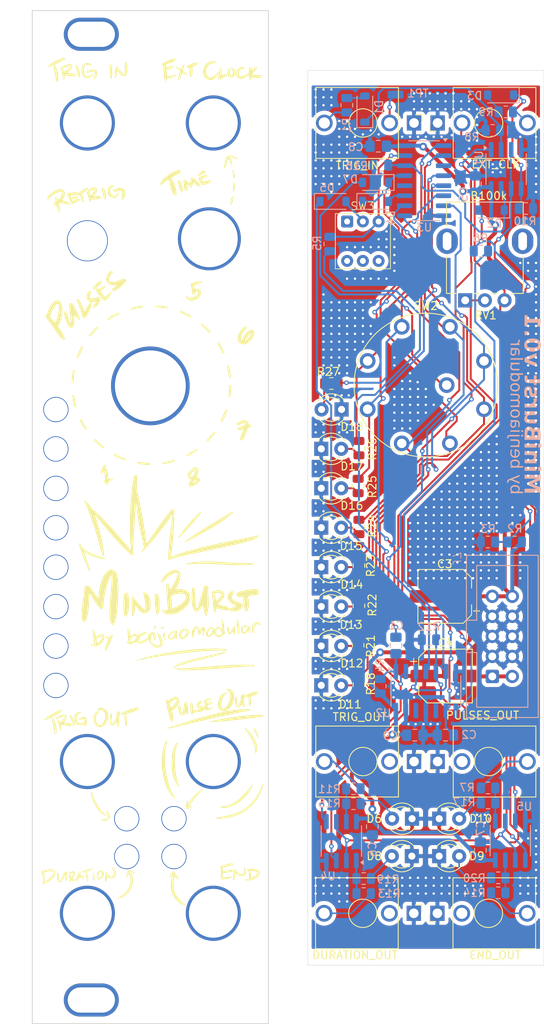
<source format=kicad_pcb>
(kicad_pcb (version 20240108) (generator "pcbnew") (generator_version "8.0")
  (title_block (rev "0.1"))
  (layers (0 "F.Cu" signal) (31 "B.Cu" signal) (34 "B.Paste" user) (35 "F.Paste" user) (36 "B.SilkS" user "B.Silkscreen") (37 "F.SilkS" user "F.Silkscreen") (38 "B.Mask" user) (39 "F.Mask" user) (44 "Edge.Cuts" user))
  (net 0 "")
  (net 1 "Net-(C1-Pad2)")
  (net 2 "Net-(C1-Pad1)")
  (net 3 "GND")
  (net 4 "Net-(C2-Pad1)")
  (net 5 "Net-(D1-A)")
  (net 6 "Net-(D1-K)")
  (net 7 "Net-(D2-A)")
  (net 8 "CLK")
  (net 9 "Net-(D3-A)")
  (net 10 "Net-(D3-K)")
  (net 11 "CLK_EN")
  (net 12 "Net-(D4-A)")
  (net 13 "Net-(D5-A)")
  (net 14 "Net-(D5-K)")
  (net 15 "Net-(D7-A)")
  (net 16 "Net-(J1-PadTN)")
  (net 17 "Net-(J1-PadT)")
  (net 18 "Net-(J2-PadT)")
  (net 20 "Net-(J3-PadTN)")
  (net 21 "Net-(J3-PadT)")
  (net 22 "Net-(J4-PadT)")
  (net 25 "Net-(J5-PadT)")
  (net 27 "Net-(J6-PadT)")
  (net 28 "VREF")
  (net 29 "+12V")
  (net 30 "Net-(U4B-+)")
  (net 31 "RESET")
  (net 32 "Net-(U4A-+)")
  (net 33 "Net-(D10-A)")
  (net 34 "Net-(R11-Pad2)")
  (net 35 "Net-(R13-Pad2)")
  (net 36 "Net-(R14-Pad2)")
  (net 37 "Net-(D11-A)")
  (net 38 "Net-(D12-A)")
  (net 39 "Net-(D13-A)")
  (net 40 "Net-(D14-A)")
  (net 41 "Net-(D15-A)")
  (net 42 "Net-(D16-A)")
  (net 43 "Net-(D17-A)")
  (net 44 "Net-(D18-A)")
  (net 49 "-12V")
  (net 50 "Net-(D6-A)")
  (net 51 "Net-(D8-A)")
  (net 52 "Net-(D9-A)")
  (net 53 "Net-(R17-Pad1)")
  (net 54 "STEP1")
  (net 55 "STEP2")
  (net 56 "STEP3")
  (net 57 "STEP4")
  (net 58 "STEP5")
  (net 59 "STEP6")
  (net 60 "STEP7")
  (net 61 "STEP8")
  (footprint "LED_THT:LED_D3.0mm" (layer "F.Cu") (at 143.619 132.65)
    (property "Reference" "D9")
    (property "Value" "LED")
  )
  (footprint "benjiaomodular:PanelHole_AudioJack_3.5mm" (layer "F.Cu") (at 108.424 120.65 90)
    (property "Reference" "REF**")
    (property "Value" "PanelHole_AudioJack_3.5mm")
  )
  (footprint "benjiaomodular:PanelHole_AudioJack_3.5mm" (layer "F.Cu") (at 105.424 139.9 -90)
    (property "Reference" "REF**")
    (property "Value" "PanelHole_AudioJack_3.5mm")
  )
  (footprint "Resistor_SMD:R_0805_2012Metric" (layer "F.Cu") (at 133.424 110.9 -90)
    (property "Reference" "R18")
    (property "Value" "10k")
  )
  (footprint "Capacitor_SMD:CP_Elec_6.3x4.5" (layer "F.Cu") (at 144.324 99.7 180)
    (property "Reference" "C3")
    (property "Value" "22uF")
  )
  (footprint "benjiaomodular:AudioJack_3.5mm" (layer "F.Cu") (at 143.394 139.9 90)
    (property "Reference" "J5" (hide yes))
    (property "Value" "END_OUT")
  )
  (footprint "benjiaomodular:RotarySwitch_SR16_POLE1_WAY8" (layer "F.Cu") (at 141.924 72.9)
    (property "Reference" "SW2")
    (property "Value" "STEPS")
  )
  (footprint "benjiaomodular:Panel_6HP" (layer "F.Cu") (at 91.924 25.4)
    (property "Reference" "REF**")
    (property "Value" "Panel_6HP")
  )
  (footprint "LED_THT:LED_D3.0mm" (layer "F.Cu") (at 128.639 110.988)
    (property "Reference" "D11")
    (property "Value" "LED")
  )
  (footprint "Resistor_SMD:R_0805_2012Metric" (layer "F.Cu") (at 133.324 105.9 -90)
    (property "Reference" "R21")
    (property "Value" "10k")
  )
  (footprint "benjiaomodular:AudioJack_3.5mm" (layer "F.Cu") (at 140.394 139.9 -90)
    (property "Reference" "J4" (hide yes))
    (property "Value" "DURATION_OUT")
  )
  (footprint "LED_THT:LED_D3.0mm" (layer "F.Cu") (at 131.214 75.988 180)
    (property "Reference" "D18")
    (property "Value" "LED")
  )
  (footprint "benjiaomodular:AudioJack_3.5mm" (layer "F.Cu") (at 140.424 120.65 -90)
    (property "Reference" "J2" (hide yes))
    (property "Value" "TRIG_OUT")
  )
  (footprint "Resistor_SMD:R_0805_2012Metric" (layer "F.Cu") (at 133.424 95.7875 -90)
    (property "Reference" "R23")
    (property "Value" "10k")
  )
  (footprint "LED_THT:LED_D3.0mm" (layer "F.Cu") (at 128.639 90.988)
    (property "Reference" "D15")
    (property "Value" "LED")
  )
  (footprint "LED_THT:LED_D3.0mm" (layer "F.Cu") (at 140.144 132.65 180)
    (property "Reference" "D8")
    (property "Value" "LED")
  )
  (footprint "benjiaomodular:Potentiometer_RV09" (layer "F.Cu") (at 146.924 62.15 90)
    (property "Reference" "RV1")
    (property "Value" "B100k")
  )
  (footprint "benjiaomodular:PanelHole_Potentiometer_RV09" (layer "F.Cu") (at 111.924 61.8425 90)
    (property "Reference" "REF**" (hide yes))
    (property "Value" "PanelHole_Potentiometer_RV09" (hide yes))
  )
  (footprint "LED_THT:LED_D3.0mm" (layer "F.Cu") (at 140.174 127.9 180)
    (property "Reference" "D6")
    (property "Value" "LED")
  )
  (footprint "LED_THT:LED_D3.0mm" (layer "F.Cu") (at 143.624 127.9)
    (property "Reference" "D10")
    (property "Value" "LED")
  )
  (footprint "LOGO" (layer "F.Cu") (at 107.06578 89.663375)
    (property "Reference" "G***" (hide yes))
    (property "Value" "LOGO" (hide yes))
  )
  (footprint "Resistor_SMD:R_0805_2012Metric" (layer "F.Cu") (at 133.424 100.9 -90)
    (property "Reference" "R22")
    (property "Value" "10k")
  )
  (footprint "LED_THT:LED_D3.0mm" (layer "F.Cu") (at 128.639 100.988)
    (property "Reference" "D13")
    (property "Value" "LED")
  )
  (footprint "LED_THT:LED_D3.0mm" (layer "F.Cu") (at 128.639 80.988)
    (property "Reference" "D17")
    (property "Value" "LED")
  )
  (footprint "Resistor_SMD:R_0805_2012Metric" (layer "F.Cu") (at 129.924 72.7 180)
    (property "Reference" "R27")
    (property "Value" "10k")
  )
  (footprint "Resistor_SMD:R_0805_2012Metric" (layer "F.Cu") (at 133.424 80.9 -90)
    (property "Reference" "R26")
    (property "Value" "10k")
  )
  (footprint "benjiaomodular:AudioJack_3.5mm" (layer "F.Cu") (at 143.424 39.65 90)
    (property "Reference" "J3" (hide yes))
    (property "Value" "EXT_CLK")
  )
  (footprint "benjiaomodular:PanelHole_AudioJack_3.5mm" (layer "F.Cu") (at 105.424 120.65 -90)
    (property "Reference" "REF**")
    (property "Value" "PanelHole_AudioJack_3.5mm")
  )
  (footprint "Resistor_SMD:R_0805_2012Metric" (layer "F.Cu") (at 133.424 90.9 -90)
    (property "Reference" "R24")
    (property "Value" "10k")
  )
  (footprint "LED_THT:LED_D3.0mm" (layer "F.Cu") (at 128.639 105.988)
    (property "Reference" "D12")
    (property "Value" "LED")
  )
  (footprint "benjiaomodular:Button_KFC7x7" (layer "F.Cu") (at 133.924 54.65)
    (property "Reference" "SW3")
    (property "Value" "SW_DPDT_x2")
  )
  (footprint "benjiaomodular:PanelHole_AudioJack_3.5mm" (layer "F.Cu") (at 108.424 39.65 90)
    (property "Reference" "REF**")
    (property "Value" "PanelHole_AudioJack_3.5mm")
  )
  (footprint "benjiaomodular:PanelHole_AudioJack_3.5mm" (layer "F.Cu") (at 108.424 139.9 90)
    (property "Reference" "REF**")
    (property "Value" "PanelHole_AudioJack_3.5mm")
  )
  (footprint "Capacitor_SMD:CP_Elec_6.3x4.5" (layer "F.Cu") (at 144.424 109.8)
    (property "Reference" "C4")
    (property "Value" "22uF")
  )
  (footprint "LED_THT:LED_D3.0mm" (layer "F.Cu") (at 128.639 95.988)
    (property "Reference" "D14")
    (property "Value" "LED")
  )
  (footprint "benjiaomodular:AudioJack_3.5mm" (layer "F.Cu") (at 140.424 39.65 -90)
    (property "Reference" "J1" (hide yes))
    (property "Value" "TRIG_IN")
  )
  (footprint "LED_THT:LED_D3.0mm" (layer "F.Cu") (at 128.639 85.988)
    (property "Reference" "D16")
    (property "Value" "LED")
  )
  (footprint "benjiaomodular:PanelHole_AudioJack_3.5mm" (layer "F.Cu") (at 105.424 39.65 -90)
    (property "Reference" "REF**")
    (property "Value" "PanelHole_AudioJack_3.5mm")
  )
  (footprint "benjiaomodular:AudioJack_3.5mm" (layer "F.Cu") (at 143.424 120.65 90)
    (property "Reference" "J6" (hide yes))
    (property "Value" "PULSES_OUT")
  )
  (footprint "Resistor_SMD:R_0805_2012Metric" (layer "F.Cu") (at 133.324 85.7 -90)
    (property "Reference" "R25")
    (property "Value" "10k")
  )
  (footprint "Resistor_SMD:R_0805_2012Metric" (layer "B.Cu") (at 132.724 124.1 180)
    (property "Reference" "R11")
    (property "Value" "1k")
  )
  (footprint "Capacitor_SMD:C_0805_2012Metric_Pad1.18x1.45mm_HandSolder" (layer "B.Cu") (at 135.8865 42.6 180)
    (property "Reference" "C8")
    (property "Value" "100nF")
  )
  (footprint "Resistor_SMD:R_0805_2012Metric" (layer "B.Cu") (at 134.024 137.4 180)
    (property "Reference" "R13")
    (property "Value" "1k")
  )
  (footprint "Resistor_SMD:R_0805_2012Metric" (layer "B.Cu") (at 152.074 38.25 180)
    (property "Reference" "R9")
    (property "Value" "15k")
  )
  (footprint "Resistor_SMD:R_0805_2012Metric" (layer "B.Cu") (at 136.124 111.1 -90)
    (property "Reference" "R4")
    (property "Value" "100k")
  )
  (footprint "Capacitor_SMD:C_0805_2012Metric_Pad1.18x1.45mm_HandSolder" (layer "B.Cu") (at 148.844 131.9 90)
    (property "Reference" "C7")
    (property "Value" "100nF")
  )
  (footprint "Resistor_SMD:R_0805_2012Metric" (layer "B.Cu") (at 154.624 50.5 180)
    (property "Reference" "R10")
    (property "Value" "100k")
  )
  (footprint "Diode_SMD:D_SOD-123" (layer "B.Cu") (at 151.424 36.1 180)
    (property "Reference" "D3")
    (property "Value" "1N4148")
  )
  (footprint "Package_SO:SOIC-8_3.9x4.9mm_P1.27mm" (layer "B.Cu") (at 152.124 45.5115 -90)
    (property "Reference" "U1")
    (property "Value" "LM358")
  )
  (footprint "Resistor_SMD:R_0805_2012Metric" (layer "B.Cu") (at 149.8115 92.8)
    (property "Reference" "R3")
    (property "Value" "10k")
  )
  (footprint "Capacitor_SMD:C_0805_2012Metric_Pad1.18x1.45mm_HandSolder" (layer "B.Cu") (at 140.524 117.3)
    (property "Reference" "C9")
    (property "Value" "100nF")
  )
  (footprint "Diode_SMD:D_SOD-123" (layer "B.Cu") (at 135.524 47.2 180)
    (property "Reference" "D7")
    (property "Value" "1N4148")
  )
  (footprint "Diode_SMD:D_SOD-123" (layer "B.Cu") (at 134.174 37.8875 90)
    (property "Reference" "D1")
    (property "Value" "1N4148")
  )
  (footprint "Diode_SMD:D_SOD-123" (layer "B.Cu") (at 130.124 49.6)
    (property "Reference" "D5")
    (property "Value" "1N4148")
  )
  (footprint "Resistor_SMD:R_0805_2012Metric" (layer "B.Cu") (at 134.024 135.495)
    (property "Reference" "R19")
    (property "Value" "10k")
  )
  (footprint "Resistor_SMD:R_0805_2012Metric" (layer "B.Cu") (at 131.888 37.4 90)
    (property "Reference" "R1")
    (property "Value" "15k")
  )
  (footprint "Resistor_SMD:R_0805_2012Metric" (layer "B.Cu") (at 148.924 55.9 180)
    (property "Reference" "R6")
    (property "Value" "100k")
  )
  (footprint "Package_SO:SOIC-8_3.9x4.9mm_P1.27mm" (layer "B.Cu") (at 131.191 130.747 90)
    (property "Reference" "U4")
    (property "Value" "LM358")
  )
  (footprint "Resistor_SMD:R_0805_2012Metric" (layer "B.Cu") (at 153.217 92.8)
    (property "Reference" "R2")
    (property "Value" "100k")
  )
  (footprint "Capacitor_SMD:C_0805_2012Metric_Pad1.18x1.45mm_HandSolder" (layer "B.Cu") (at 148.224 47.4 90)
    (property "Reference" "C5")
    (property "Value" "100nF")
  )
  (footprint "Resistor_SMD:R_0805_2012Metric" (layer "B.Cu") (at 142.324 105.2 180)
    (property "Reference" "R12")
    (property "Value" "100k")
  )
  (footprint "Resistor_SMD:R_0805_2012Metric" (layer "B.Cu") (at 151.124 137.3)
    (property "Reference" "R14")
    (property "Value" "1k")
  )
  (footprint "Package_SO:SOIC-16_3.9x9.9mm_P1.27mm" (layer "B.Cu") (at 141.699 46.975 180)
    (property "Reference" "U3")
    (property "Value" "4017")
  )
  (footprint "Resistor_SMD:R_0805_2012Metric" (layer "B.Cu") (at 136.2365 45 180)
    (property "Reference" "R16")
    (property "Value" "10k")
  )
  (footprint "Diode_SMD:D_SOD-123" (layer "B.Cu") (at 150.224 50.7 180)
    (property "Reference" "D2")
    (property "Value" "1N4148")
  )
  (footprint "Resistor_SMD:R_0805_2012Metric" (layer "B.Cu") (at 149.824 125.9 180)
    (property "Reference" "R17")
    (property "Value" "10k")
  )
  (footprint "Diode_SMD:D_SOD-123" (layer "B.Cu") (at 135.524 49.6)
    (property "Reference" "D4")
    (property "Value" "1N4148")
  )
  (footprint "Connector_Wire:SolderWirePad_1x01_SMD_1x2mm" (layer "B.Cu") (at 138.074 36.05 90)
    (property "Reference" "TP1")
    (property "Value" "TestPoint")
  )
  (footprint "Resistor_SMD:R_0805_2012Metric" (layer "B.Cu") (at 149.824 124)
    (property "Reference" "R7")
    (property "Value" "1k")
  )
  (footprint "Resistor_SMD:R_0805_2012Metric" (layer "B.Cu") (at 129.724 55 -90)
    (property "Reference" "R5")
    (property "Value" "100k")
  )
  (footprint "Package_SO:SOIC-14_3.9x8.7mm_P1.27mm" (layer "B.Cu") (at 141.93 111.7 -90)
    (property "Reference" "U2")
    (property "Value" "40106")
  )
  (footprint "Capacitor_SMD:C_0805_2012Metric_Pad1.18x1.45mm_HandSolder" (layer "B.Cu") (at 135.128 128.904 -90)
    (property "Reference" "C6")
    (property "Value" "100nF")
  )
  (footprint "Resistor_SMD:R_0805_2012Metric" (layer "B.Cu") (at 150.424 40.6)
    (property "Reference" "R8")
    (property "Value" "100k")
  )
  (footprint "Resistor_SMD:R_0805_2012Metric" (layer "B.Cu") (at 132.724 126)
    (property "Reference" "R15")
    (property "Value" "10k")
  )
  (footprint "Package_SO:SOIC-8_3.9x4.9mm_P1.27mm" (layer "B.Cu") (at 152.654 130.682 -90)
    (property "Reference" "U5")
    (property "Value" "LM358")
  )
  (footprint "Resistor_SMD:R_0805_2012Metric" (layer "B.Cu") (at 151.124 135.4 180)
    (property "Reference" "R20")
    (property "Value" "10k")
  )
  (footprint "Capacitor_SMD:C_0805_2012Metric_Pad1.18x1.45mm_HandSolder" (layer "B.Cu") (at 138.124 105.923 -90)
    (property "Reference" "C1")
    (property "Value" "10nF")
  )
  (footprint "benjiaomodular:Header_IDC2x05_NoArrow" (layer "B.Cu") (at 150.368 109.854)
    (property "Reference" "J7")
    (property "Value" "Conn_01x10_Pin")
  )
  (footprint "Capacitor_SMD:C_0805_2012Metric_Pad1.18x1.45mm_HandSolder" (layer "B.Cu") (at 144.424 117.3 180)
    (property "Reference" "C2")
    (property "Value" "10uF")
  )
  (gr_line (start 126.924 146.488) (end 126.924 32.988) (stroke (width 0.05)) (layer "Edge.Cuts"))
  (gr_line (start 156.924 146.488) (end 126.924 146.488) (stroke (width 0.05)) (layer "Edge.Cuts"))
  (gr_line (start 156.924 32.988) (end 156.924 146.488) (stroke (width 0.05)) (layer "Edge.Cuts"))
  (gr_line (start 126.924 32.988) (end 156.924 32.988) (stroke (width 0.05)) (layer "Edge.Cuts"))
  (gr_rect (start 91.924 25.4) (end 121.924 153.9) (stroke (width 0.1)) (fill none) (layer "Edge.Cuts"))
  (gr_text "by benjiaomodular" (at 152.424 86.8 270) (layer "B.SilkS") (effects (font (size 1.5 1.5) (thickness 0.1)) (justify left bottom mirror)))
  (gr_text "MiniBurst v0.1" (at 154.124 86.8 270) (layer "B.SilkS") (effects (font (size 2 2) (thickness 0.3) (bold yes)) (justify left bottom mirror)))
  (via (at 94.924 101) (size 3.2) (drill 3) (layers "F.Cu" "B.Cu") (net 0))
  (via (at 94.924 106) (size 3.2) (drill 3) (layers "F.Cu" "B.Cu") (net 0))
  (via (at 94.924 111) (size 3.2) (drill 3) (layers "F.Cu" "B.Cu") (net 0))
  (via (at 109.924 132.7) (size 3.2) (drill 3) (layers "F.Cu" "B.Cu") (net 0))
  (via (at 109.924 127.9) (size 3.2) (drill 3) (layers "F.Cu" "B.Cu") (net 0))
  (via (at 94.924 91) (size 3.2) (drill 3) (layers "F.Cu" "B.Cu") (net 0))
  (via (at 94.924 81) (size 3.2) (drill 3) (layers "F.Cu" "B.Cu") (net 0))
  (via (at 103.924 127.9) (size 3.2) (drill 3) (layers "F.Cu" "B.Cu") (net 0))
  (via (at 106.924 73) (size 10) (drill 9) (layers "F.Cu" "B.Cu") (net 0))
  (via (at 98.924 54.6) (size 5.2) (drill 5) (layers "F.Cu" "B.Cu") (net 0))
  (via (at 94.924 86) (size 3.2) (drill 3) (layers "F.Cu" "B.Cu") (net 0))
  (via (at 94.924 96) (size 3.2) (drill 3) (layers "F.Cu" "B.Cu") (net 0))
  (via (at 94.924 76) (size 3.2) (drill 3) (layers "F.Cu" "B.Cu") (net 0))
  (via (at 103.924 132.7) (size 3.2) (drill 3) (layers "F.Cu" "B.Cu") (net 0))
  (segment (start 137.0865 109.225) (end 136.124 110.1875) (width 0.25) (layer "B.Cu") (net 1))
  (segment (start 138.12 109.225) (end 138.12 106.9645) (width 0.25) (layer "B.Cu") (net 1))
  (segment (start 138.12 106.9645) (end 138.124 106.9605) (width 0.25) (layer "B.Cu") (net 1))
  (segment (start 138.12 109.225) (end 137.0865 109.225) (width 0.25) (layer "B.Cu") (net 1))
  (segment (start 145.699 60.625) (end 147.724 58.6) (width 0.25) (layer "F.Cu") (net 2))
  (segment (start 145.699 64.175) (end 145.699 60.625) (width 0.25) (layer "F.Cu") (net 2))
  (segment (start 147.724 74.683884) (end 147.724 73.536396) (width 0.25) (layer "F.Cu") (net 2))
  (segment (start 147.724 73.536396) (end 146.724 72.536396) (width 0.25) (layer "F.Cu") (net 2))
  (segment (start 137.174 102.65) (end 138.124 103.6) (width 0.25) (layer "F.Cu") (net 2))
  (segment (start 137.174 94.9) (end 137.174 102.65) (width 0.25) (layer "F.Cu") (net 2))
  (segment (start 147.715942 74.691942) (end 147.724 74.683884) (width 0.25) (layer "F.Cu") (net 2))
  (segment (start 146.724 65.2) (end 145.699 64.175) (width 0.25) (layer "F.Cu") (net 2))
  (segment (start 145.224 77.183884) (end 145.224 77.2) (width 0.25) (layer "F.Cu") (net 2))
  (segment (start 147.724 57.336396) (end 147.674 57.286396) (width 0.25) (layer "F.Cu") (net 2))
  (segment (start 141.474 80.95) (end 141.474 81.275) (width 0.25) (layer "F.Cu") (net 2))
  (segment (start 147.674 57.286396) (end 147.674 46.15) (width 0.25) (layer "F.Cu") (net 2))
  (segment (start 146.724 72.536396) (end 146.724 65.2) (width 0.25) (layer "F.Cu") (net 2))
  (segment (start 147.724 58.6) (end 147.724 57.336396) (width 0.25) (layer "F.Cu") (net 2))
  (segment (start 145.224 77.2) (end 141.474 80.95) (width 0.25) (layer "F.Cu") (net 2))
  (segment (start 147.674 46.15) (end 146.424 44.9) (width 0.25) (layer "F.Cu") (net 2))
  (via (at 146.424 44.9) (size 0.6) (drill 0.3) (layers "F.Cu" "B.Cu") (net 2))
  (via (at 137.174 94.9) (size 0.6) (drill 0.3) (layers "F.Cu" "B.Cu") (net 2))
  (via (at 147.715942 74.691942) (size 0.6) (drill 0.3) (layers "F.Cu" "B.Cu") (net 2))
  (via (at 141.474 81.275) (size 0.6) (drill 0.3) (layers "F.Cu" "B.Cu") (net 2))
  (via (at 145.224 77.183884) (size 0.6) (drill 0.3) (layers "F.Cu" "B.Cu") (net 2))
  (via (at 138.124 103.6) (size 0.6) (drill 0.3) (layers "F.Cu" "B.Cu") (net 2))
  (segment (start 138.724 93.35) (end 137.174 94.9) (width 0.25) (layer "B.Cu") (net 2))
  (segment (start 138.124 103.6) (end 138.124 104.8855) (width 0.25) (layer "B.Cu") (net 2))
  (segment (start 146.424 44.9) (end 148.2875 43.0365) (width 0.25) (layer "B.Cu") (net 2))
  (segment (start 141.424 86.383884) (end 138.724 89.083884) (width 0.25) (layer "B.Cu") (net 2))
  (segment (start 147.715942 74.691942) (end 145.224 77.183884) (width 0.25) (layer "B.Cu") (net 2))
  (segment (start 141.424 84.516116) (end 141.424 86.383884) (width 0.25) (layer "B.Cu") (net 2))
  (segment (start 148.2875 43.0365) (end 150.219 43.0365) (width 0.25) (layer "B.Cu") (net 2))
  (segment (start 141.474 84.466116) (end 141.424 84.516116) (width 0.25) (layer "B.Cu") (net 2))
  (segment (start 141.474 81.275) (end 141.474 84.466116) (width 0.25) (layer "B.Cu") (net 2))
  (segment (start 138.724 89.083884) (end 138.724 93.35) (width 0.25) (layer "B.Cu") (net 2))
  (via (at 131.924 77.9) (size 0.6) (drill 0.3) (layers "F.Cu" "B.Cu") (net 3))
  (via (at 139.924 137.4) (size 0.6) (drill 0.3) (layers "F.Cu" "B.Cu") (net 3))
  (via (at 137.924 75.4) (size 0.6) (drill 0.3) (layers "F.Cu" "B.Cu") (net 3))
  (via (at 145.924 88.4) (size 0.6) (drill 0.3) (layers "F.Cu" "B.Cu") (net 3))
  (via (at 142.96081 88.393088) (size 0.6) (drill 0.3) (layers "F.Cu" "B.Cu") (net 3))
  (via (at 131.924 44.4) (size 0.6) (drill 0.3) (layers "F.Cu" "B.Cu") (net 3))
  (via (at 133.924 64.4) (size 0.6) (drill 0.3) (layers "F.Cu" "B.Cu") (net 3))
  (via (at 146.929514 93.39402) (size 0.6) (drill 0.3) (layers "F.Cu" "B.Cu") (net 3))
  (via (at 132.924 41.4) (size 0.6) (drill 0.3) (layers "F.Cu" "B.Cu") (net 3))
  (via (at 127.917324 45.398455) (size 0.6) (drill 0.3) (layers "F.Cu" "B.Cu") (net 3))
  (via (at 131.924 78.9) (size 0.6) (drill 0.3) (layers "F.Cu" "B.Cu") (net 3))
  (via (at 150.924 86.4) (size 0.6) (drill 0.3) (layers "F.Cu" "B.Cu") (net 3))
  (via (at 139.724 115.9) (size 0.6) (drill 0.3) (layers "F.Cu" "B.Cu") (net 3))
  (via (at 137.924 74.4) (size 0.6) (drill 0.3) (layers "F.Cu" "B.Cu") (net 3))
  (via (at 148.924 97.4) (size 0.6) (drill 0.3) (layers "F.Cu" "B.Cu") (net 3))
  (via (at 128.924 135.4) (size 0.6) (drill 0.3) (layers "F.Cu" "B.Cu") (net 3))
  (via (at 144.924 87.4) (size 0.6) (drill 0.3) (layers "F.Cu" "B.Cu") (net 3))
  (via (at 132.924 65.4) (size 0.6) (drill 0.3) (layers "F.Cu" "B.Cu") (net 3))
  (via (at 155.924 72.4) (size 0.6) (drill 0.3) (layers "F.Cu" "B.Cu") (net 3))
  (via (at 129.924 98.9) (size 0.6) (drill 0.3) (layers "F.Cu" "B.Cu") (net 3))
  (via (at 133.924 63.4) (size 0.6) (drill 0.3) (layers "F.Cu" "B.Cu") (net 3))
  (via (at 150.924 96.4) (size 0.6) (drill 0.3) (layers "F.Cu" "B.Cu") (net 3))
  (via (at 146.724 111.4) (size 0.6) (drill 0.3) (layers "F.Cu" "B.Cu") (net 3))
  (via (at 128.924 37.4) (size 0.6) (drill 0.3) (layers "F.Cu" "B.Cu") (net 3))
  (via (at 143.924 93.4) (size 0.6) (drill 0.3) (layers "F.Cu" "B.Cu") (net 3))
  (via (at 136.924 137.4) (size 0.6) (drill 0.3) (layers "F.Cu" "B.Cu") (net 3))
  (via (at 149.924 96.4) (size 0.6) (drill 0.3) (layers "F.Cu" "B.Cu") (net 3))
  (via (at 140.424 36.9) (size 0.6) (drill 0.3) (layers "F.Cu" "B.Cu") (net 3))
  (via (at 148.924 94.4) (size 0.6) (drill 0.3) (layers "F.Cu" "B.Cu") (net 3))
  (via (at 154.924 68.4) (size 0.6) (drill 0.3) (layers "F.Cu" "B.Cu") (net 3))
  (via (at 127.924 44.4) (size 0.6) (drill 0.3) (layers "F.Cu" "B.Cu") (net 3))
  (via (at 139.924 93.4) (size 0.6) (drill 0.3) (layers "F.Cu" "B.Cu") (net 3))
  (via (at 148.924 87.4) (size 0.6) (drill 0.3) (layers "F.Cu" "B.Cu") (net 3))
  (via (at 148.924 96.4) (size 0.6) (drill 0.3) (layers "F.Cu" "B.Cu") (net 3))
  (via (at 149.931376 83.393088) (size 0.6) (drill 0.3) (layers "F.Cu" "B.Cu") (net 3))
  (via (at 130.924 67.4) (size 0.6) (drill 0.3) (layers "F.Cu" "B.Cu") (net 3))
  (via (at 131.924 66.4) (size 0.6) (drill 0.3) (layers "F.Cu" "B.Cu") (net 3))
  (via (at 143.924 94.4) (size 0.6) (drill 0.3) (layers "F.Cu" "B.Cu") (net 3))
  (via (at 147.424 42.9) (size 0.6) (drill 0.3) (layers "F.Cu" "B.Cu") (net 3))
  (via (at 143.924 87.4) (size 0.6) (drill 0.3) (layers "F.Cu" "B.Cu") (net 3))
  (via (at 130.924 47.4) (size 0.6) (drill 0.3) (layers "F.Cu" "B.Cu") (net 3))
  (via (at 140.880977 72.525857) (size 0.6) (drill 0.3) (layers "F.Cu" "B.Cu") (net 3))
  (via (at 143.924 135.4) (size 0.6) (drill 0.3) (layers "F.Cu" "B.Cu") (net 3))
  (via (at 144.924 89.4) (size 0.6) (drill 0.3) (layers "F.Cu" "B.Cu") (net 3))
  (via (at 155.924 130.4) (size 0.6) (drill 0.3) (layers "F.Cu" "B.Cu") (net 3))
  (via (at 155.924 42.4) (size 0.6) (drill 0.3) (layers "F.Cu" "B.Cu") (net 3))
  (via (at 145.424 37.9) (size 0.6) (drill 0.3) (layers "F.Cu" "B.Cu") (net 3))
  (via (at 154.924 130.4) (size 0.6) (drill 0.3) (layers "F.Cu" "B.Cu") (net 3))
  (via (at 128.924 46.4) (size 0.6) (drill 0.3) (layers "F.Cu" "B.Cu") (net 3))
  (via (at 130.924 63.4) (size 0.6) (drill 0.3) (layers "F.Cu" "B.Cu") (net 3))
  (via (at 129.924 71.4) (size 0.6) (drill 0.3) (layers "F.Cu" "B.Cu") (net 3))
  (via (at 155.924 71.4) (size 0.6) (drill 0.3) (layers "F.Cu" "B.Cu") (net 3))
  (via (at 147.924 96.4) (size 0.6) (drill 0.3) (layers "F.Cu" "B.Cu") (net 3))
  (via (at 130.924 62.4) (size 0.6) (drill 0.3) (layers "F.Cu" "B.Cu") (net 3))
  (via (at 153.924 97.4) (size 0.6) (drill 0.3) (layers "F.Cu" "B.Cu") (net 3))
  (via (at 152.924 88.4) (size 0.6) (drill 0.3) (layers "F.Cu" "B.Cu") (net 3))
  (via (at 128.924 87.9) (size 0.6) (drill 0.3) (layers "F.Cu" "B.Cu") (net 3))
  (via (at 137.924 73.4) (size 0.6) (drill 0.3) (layers "F.Cu" "B.Cu") (net 3))
  (via (at 140.924 75.4) (size 0.6) (drill 0.3) (layers "F.Cu" "B.Cu") (net 3))
  (via (at 148.924 81.4) (size 0.6) (drill 0.3) (layers "F.Cu" "B.Cu") (net 3))
  (via (at 143.929992 95.393324) (size 0.6) (drill 0.3) (layers "F.Cu" "B.Cu") (net 3))
  (via (at 155.924 78.4) (size 0.6) (drill 0.3) (layers "F.Cu" "B.Cu") (net 3))
  (via (at 154.924 78.4) (size 0.6) (drill 0.3) (layers "F.Cu" "B.Cu") (net 3))
  (via (at 148.924 88.4) (size 0.6) (drill 0.3) (layers "F.Cu" "B.Cu") (net 3))
  (via (at 149.931376 87.393088) (size 0.6) (drill 0.3) (layers "F.Cu" "B.Cu") (net 3))
  (via (at 144.924 135.4) (size 0.6) (drill 0.3) (layers "F.Cu" "B.Cu") (net 3))
  (via (at 134.924 55.4) (size 0.6) (drill 0.3) (layers "F.Cu" "B.Cu") (net 3))
  (via (at 132.924 66.4) (size 0.6) (drill 0.3) (layers "F.Cu" "B.Cu") (net 3))
  (via (at 128.924 42.4) (size 0.6) (drill 0.3) (layers "F.Cu" "B.Cu") (net 3))
  (via (at 129.924 42.4) (size 0.6) (drill 0.3) (layers "F.Cu" "B.Cu") (net 3))
  (via (at 155.924 135.4) (size 0.6) (drill 0.3) (layers "F.Cu" "B.Cu") (net 3))
  (via (at 144.929992 95.393324) (size 0.6) (drill 0.3) (layers "F.Cu" "B.Cu") (net 3))
  (via (at 145.924 93.4) (size 0.6) (drill 0.3) (layers "F.Cu" "B.Cu") (net 3))
  (via (at 127.924 97.9) (size 0.6) (drill 0.3) (layers "F.Cu" "B.Cu") (net 3))
  (via (at 154.924 75.4) (size 0.6) (drill 0.3) (layers "F.Cu" "B.Cu") (net 3))
  (via (at 155.924 47.4) (size 0.6) (drill 0.3) (layers "F.Cu" "B.Cu") (net 3))
  (via (at 136.924 59.4) (size 0.6) (drill 0.3) (layers "F.Cu" "B.Cu") (net 3))
  (via (at 155.924 76.4) (size 0.6) (drill 0.3) (layers "F.Cu" "B.Cu") (net 3))
  (via (at 141.924 41.4) (size 0.6) (drill 0.3) (layers "F.Cu" "B.Cu") (net 3))
  (via (at 137.924 54.4) (size 0.6) (drill 0.3) (layers "F.Cu" "B.Cu") (net 3))
  (via (at 135.924 54.4) (size 0.6) (drill 0.3) (layers "F.Cu" "B.Cu") (net 3))
  (via (at 131.924 42.4) (size 0.6) (drill 0.3) (layers "F.Cu" "B.Cu") (net 3))
  (via (at 129.924 108.9) (size 0.6) (drill 0.3) (layers "F.Cu" "B.Cu") (net 3))
  (via (at 130.924 65.4) (size 0.6) (drill 0.3) (layers "F.Cu" "B.Cu") (net 3))
  (via (at 147.924 90.4) (size 0.6) (drill 0.3) (layers "F.Cu" "B.Cu") (net 3))
  (via (at 128.924 35.4) (size 0.6) (drill 0.3) (layers "F.Cu" "B.Cu") (net 3))
  (via (at 149.924 94.4) (size 0.6) (drill 0.3) (layers "F.Cu" "B.Cu") (net 3))
  (via (at 129.924 36.4) (size 0.6) (drill 0.3) (layers "F.Cu" "B.Cu") (net 3))
  (via (at 155.924 74.4) (size 0.6) (drill 0.3) (layers "F.Cu" "B.Cu") (net 3))
  (via (at 138.924 75.4) (size 0.6) (drill 0.3) (layers "F.Cu" "B.Cu") (net 3))
  (via (at 128.924 43.4) (size 0.6) (drill 0.3) (layers "F.Cu" "B.Cu") (net 3))
  (via (at 142.929992 95.393324) (size 0.6) (drill 0.3) (layers "F.Cu" "B.Cu") (net 3))
  (via (at 130.924 136.4) (size 0.6) (drill 0.3) (layers "F.Cu" "B.Cu") (net 3))
  (via (at 146.929514 97.39402) (size 0.6) (drill 0.3) (layers "F.Cu" "B.Cu") (net 3))
  (via (at 129.924 44.4) (size 0.6) (drill 0.3) (layers "F.Cu" "B.Cu") (net 3))
  (via (at 132.924 40.4) (size 0.6) (drill 0.3) (layers "F.Cu" "B.Cu") (net 3))
  (via (at 149.931376 85.393088) (size 0.6) (drill 0.3) (layers "F.Cu" "B.Cu") (net 3))
  (via (at 145.924 85.4) (size 0.6) (drill 0.3) (layers "F.Cu" "B.Cu") (net 3))
  (via (at 140.924 94.4) (size 0.6) (drill 0.3) (layers "F.Cu" "B.Cu") (net 3))
  (via (at 155.924 131.4) (size 0.6) (drill 0.3) (layers "F.Cu" "B.Cu") (net 3))
  (via (at 155.924 79.4) (size 0.6) (drill 0.3) (layers "F.Cu" "B.Cu") (net 3))
  (via (at 143.424 36.9) (size 0.6) (drill 0.3) (layers "F.Cu" "B.Cu") (net 3))
  (via (at 132.924 98.4) (size 0.6) (drill 0.3) (layers "F.Cu" "B.Cu") (net 3))
  (via (at 146.924 87.4) (size 0.6) (drill 0.3) (layers "F.Cu" "B.Cu") (net 3))
  (via (at 155.924 133.4) (size 0.6) (drill 0.3) (layers "F.Cu" "B.Cu") (net 3))
  (via (at 150.424 44.9) (size 0.6) (drill 0.3) (layers "F.Cu" "B.Cu") (net 3))
  (via (at 154.924 73.4) (size 0.6) (drill 0.3) (layers "F.Cu" "B.Cu") (net 3))
  (via (at 148.424 40.9) (size 0.6) (drill 0.3) (layers "F.Cu" "B.Cu") (net 3))
  (via (at 141.924 135.4) (size 0.6) (drill 0.3) (layers "F.Cu" "B.Cu") (net 3))
  (via (at 127.924 36.4) (size 0.6) (drill 0.3) (layers "F.Cu" "B.Cu") (net 3))
  (via (at 127.924 92.9) (size 0.6) (drill 0.3) (layers "F.Cu" "B.Cu") (net 3))
  (via (at 147.924 91.4) (size 0.6) (drill 0.3) (layers "F.Cu" "B.Cu") (net 3))
  (via (at 132.924 62.4) (size 0.6) (drill 0.3) (layers "F.Cu" "B.Cu") (net 3))
  (via (at 139.924 90.4) (size 0.6) (drill 0.3) (layers "F.Cu" "B.Cu") (net 3))
  (via (at 143.924 92.4) (size 0.6) (drill 0.3) (layers "F.Cu" "B.Cu") (net 3))
  (via (at 140.924 91.4) (size 0.6) (drill 0.3) (layers "F.Cu" "B.Cu") (net 3))
  (via (at 130.924 46.4) (size 0.6) (drill 0.3) (layers "F.Cu" "B.Cu") (net 3))
  (via (at 129.924 92.9) (size 0.6) (drill 0.3) (layers "F.Cu" "B.Cu") (net 3))
  (via (at 155.924 43.4) (size 0.6) (drill 0.3) (layers "F.Cu" "B.Cu") (net 3))
  (via (at 131.924 45.4) (size 0.6) (drill 0.3) (layers "F.Cu" "B.Cu") (net 3))
  (via (at 137.824 112.5) (size 0.6) (drill 0.3) (layers "F.Cu" "B.Cu") (net 3))
  (via (at 146.924 86.4) (size 0.6) (drill 0.3) (layers "F.Cu" "B.Cu") (net 3))
  (via (at 143.924 88.4) (size 0.6) (drill 0.3) (layers "F.Cu" "B.Cu") (net 3))
  (via (at 130.924 78.9) (size 0.6) (drill 0.3) (layers "F.Cu" "B.Cu") (net 3))
  (via (at 145.924 94.4) (size 0.6) (drill 0.3) (layers "F.Cu" "B.Cu") (net 3))
  (via (at 149.924 80.4) (size 0.6) (drill 0.3) (layers "F.Cu" "B.Cu") (net 3))
  (via (at 139.924 76.4) (size 0.6) (drill 0.3) (layers "F.Cu" "B.Cu") (net 3))
  (via (at 151.424 44.9) (size 0.6) (drill 0.3) (layers "F.Cu" "B.Cu") (net 3))
  (via (at 139.924 75.4) (size 0.6) (drill 0.3) (layers "F.Cu" "B.Cu") (net 3))
  (via (at 138.924 73.4) (size 0.6) (drill 0.3) (layers "F.Cu" "B.Cu") (net 3))
  (via (at 147.924 84.4) (size 0.6) (drill 0.3) (layers "F.Cu" "B.Cu") (net 3))
  (via (at 154.924 64.4) (size 0.6) (drill 0.3) (layers "F.Cu" "B.Cu") (net 3))
  (via (at 155.924 58.4) (size 0.6) (drill 0.3) (layers "F.Cu" "B.Cu") (net 3))
  (via (at 129.924 102.9) (size 0.6) (drill 0.3) (layers "F.Cu" "B.Cu") (net 3))
  (via (at 152.917374 89.394453) (size 0.6) (drill 0.3) (layers "F.Cu" "B.Cu") (net 3))
  (via (at 146.929514 91.39402) (size 0.6) (drill 0.3) (layers "F.Cu" "B.Cu") (net 3))
  (via (at 149.924 81.4) (size 0.6) (drill 0.3) (layers "F.Cu" "B.Cu") (net 3))
  (via (at 128.924 137.4) (size 0.6) (drill 0.3) (layers "F.Cu" "B.Cu") (net 3))
  (via (at 140.624 115.9) (size 0.6) (drill 0.3) (layers "F.Cu" "B.Cu") (net 3))
  (via (at 153.924 95.4) (size 0.6) (drill 0.3) (layers "F.Cu" "B.Cu") (net 3))
  (via (at 134.924 40.6) (size 0.6) (drill 0.3) (layers "F.Cu" "B.Cu") (net 3))
  (via (at 127.924 46.4) (size 0.6) (drill 0.3) (layers "F.Cu" "B.Cu") (net 3))
  (via (at 128.924 77.9) (size 0.6) (drill 0.3) (layers "F.Cu" "B.Cu") (net 3))
  (via (at 145.924 97.4) (size 0.6) (drill 0.3) (layers "F.Cu" "B.Cu") (net 3))
  (via (at 154.924 137.4) (size 0.6) (drill 0.3) (layers "F.Cu" "B.Cu") (net 3))
  (via (at 130.924 43.4) (size 0.6) (drill 0.3) (layers "F.Cu" "B.Cu") (net 3))
  (via (at 136.916415 55.39125) (size 0.6) (drill 0.3) (layers "F.Cu" "B.Cu") (net 3))
  (via (at 144.924 86.4) (size 0.6) (drill 0.3) (layers "F.Cu" "B.Cu") (net 3))
  (via (at 137.824 111.6) (size 0.6) (drill 0.3) (layers "F.Cu" "B.Cu") (net 3))
  (via (at 130.924 113.9) (size 0.6) (drill 0.3) (layers "F.Cu" "B.Cu") (net 3))
  (via (at 138.924 72.4) (size 0.6) (drill 0.3) (layers "F.Cu" "B.Cu") (net 3))
  (via (at 136.924 53.4) (size 0.6) (drill 0.3) (layers "F.Cu" "B.Cu") (net 3))
  (via (at 154.924 135.4) (size 0.6) (drill 0.3) (layers "F.Cu" "B.Cu") (net 3))
  (via (at 140.424 35.9) (size 0.6) (drill 0.3) (layers "F.Cu" "B.Cu") (net 3))
  (via (at 142.924 96.4) (size 0.6) (drill 0.3) (layers "F.Cu" "B.Cu") (net 3))
  (via (at 130.924 97.9) (size 0.6) (drill 0.3) (layers "F.Cu" "B.Cu") (net 3))
  (via (at 144.924 94.4) (size 0.6) (drill 0.3) (layers "F.Cu" "B.Cu") (net 3))
  (via (at 155.924 80.4) (size 0.6) (drill 0.3) (layers "F.Cu" "B.Cu") (net 3))
  (via (at 138.924 135.4) (size 0.6) (drill 0.3) (layers "F.Cu" "B.Cu") (net 3))
  (via (at 140.924 136.4) (size 0.6) (drill 0.3) (layers "F.Cu" "B.Cu") (net 3))
  (via (at 153.924 135.4) (size 0.6) (drill 0.3) (layers "F.Cu" "B.Cu") (net 3))
  (via (at 128.924 45.4) (size 0.6) (drill 0.3) (layers "F.Cu" "B.Cu") (net 3))
  (via (at 129.924 43.4) (size 0.6) (drill 0.3) (layers "F.Cu" "B.Cu") (net 3))
  (via (at 132.919625 59.398394) (size 0.6) (drill 0.3) (layers "F.Cu" "B.Cu") (net 3))
  (via (at 154.924 80.4) (size 0.6) (drill 0.3) (layers "F.Cu" "B.Cu") (net 3))
  (via (at 149.424 127.4) (size 0.6) (drill 0.3) (layers "F.Cu" "B.Cu") (net 3))
  (via (at 154.924 84.4) (size 0.6) (drill 0.3) (layers "F.Cu" "B.Cu") (net 3))
  (via (at 141.924 74.4) (size 0.6) (drill 0.3) (layers "F.Cu" "B.Cu") (net 3))
  (via (at 155.924 137.4) (size 0.6) (drill 0.3) (layers "F.Cu" "B.Cu") (net 3))
  (via (at 145.224 41.2) (size 0.6) (drill 0.3) (layers "F.Cu" "B.Cu") (net 3))
  (via (at 148.924 82.4) (size 0.6) (drill 0.3) (layers "F.Cu" "B.Cu") (net 3))
  (via (at 139.924 72.4) (size 0.6) (drill 0.3) (layers "F.Cu" "B.Cu") (net 3))
  (via (at 139.924 94.4) (size 0.6) (drill 0.3) (layers "F.Cu" "B.Cu") (net 3))
  (via (at 142.924 93.4) (size 0.6) (drill 0.3) (layers "F.Cu" "B.Cu") (net 3))
  (via (at 139.924 91.4) (size 0.6) (drill 0.3) (layers "F.Cu" "B.Cu") (net 3))
  (via (at 131.924 69.4) (size 0.6) (drill 0.3) (layers "F.Cu" "B.Cu") (net 3))
  (via (at 138.924 136.4) (size 0.6) (drill 0.3) (layers "F.Cu" "B.Cu") (net 3))
  (via (at 140.924 97.4) (size 0.6) (drill 0.3) (layers "F.Cu" "B.Cu") (net 3))
  (via (at 155.924 69.4) (size 0.6) (drill 0.3) (layers "F.Cu" "B.Cu") (net 3))
  (via (at 130.924 102.9) (size 0.6) (drill 0.3) (layers "F.Cu" "B.Cu") (net 3))
  (via (at 129.924 97.9) (size 0.6) (drill 0.3) (layers "F.Cu" "B.Cu") (net 3))
  (via (at 150.924 80.4) (size 0.6) (drill 0.3) (layers "F.Cu" "B.Cu") (net 3))
  (via (at 149.931376 88.393088) (size 0.6) (drill 0.3) (layers "F.Cu" "B.Cu") (net 3))
  (via (at 155.924 68.4) (size 0.6) (drill 0.3) (layers "F.Cu" "B.Cu") (net 3))
  (via (at 128.924 69.4) (size 0.6) (drill 0.3) (layers "F.Cu" "B.Cu") (net 3))
  (via (at 133.924 59.4) (size 0.6) (drill 0.3) (layers "F.Cu" "B.Cu") (net 3))
  (via (at 155.924 73.4) (size 0.6) (drill 0.3) (layers "F.Cu" "B.Cu") (net 3))
  (via (at 150.924 81.4) (size 0.6) (drill 0.3) (layers "F.Cu" "B.Cu") (net 3))
  (via (at 133.924 65.4) (size 0.6) (drill 0.3) (layers "F.Cu" "B.Cu") (net 3))
  (via (at 134.924 65.4) (size 0.6) (drill 0.3) (layers "F.Cu" "B.Cu") (net 3))
  (via (at 127.924 47.4) (size 0.6) (drill 0.3) (layers "F.Cu" "B.Cu") (net 3))
  (via (at 128.924 70.4) (size 0.6) (drill 0.3) (layers "F.Cu" "B.Cu") (net 3))
  (via (at 154.924 81.4) (size 0.6) (drill 0.3) (layers "F.Cu" "B.Cu") (net 3))
  (via (at 130.924 77.9) (size 0.6) (drill 0.3) (layers "F.Cu" "B.Cu") (net 3))
  (via (at 155.924 62.4) (size 0.6) (drill 0.3) (layers "F.Cu" "B.Cu") (net 3))
  (via (at 155.924 86.4) (size 0.6) (drill 0.3) (layers "F.Cu" "B.Cu") (net 3))
  (via (at 131.924 67.4) (size 0.6) (drill 0.3) (layers "F.Cu" "B.Cu") (net 3))
  (via (at 135.924 41.1) (size 0.6) (drill 0.3) (layers "F.Cu" "B.Cu") (net 3))
  (via (at 143.924 41.4) (size 0.6) (drill 0.3) (layers "F.Cu" "B.Cu") (net 3))
  (via (at 145.924 90.4) (size 0.6) (drill 0.3) (layers "F.Cu" "B.Cu") (net 3))
  (via (at 150.924 84.4) (size 0.6) (drill 0.3) (layers "F.Cu" "B.Cu") (net 3))
  (via (at 142.924 97.4) (size 0.6) (drill 0.3) (layers "F.Cu" "B.Cu") (net 3))
  (via (at 130.924 66.4) (size 0.6) (drill 0.3) (layers "F.Cu" "B.Cu") (net 3))
  (via (at 130.924 135.4) (size 0.6) (drill 0.3) (layers "F.Cu" "B.Cu") (net 3))
  (via (at 140.924 93.4) (size 0.6) (drill 0.3) (layers "F.Cu" "B.Cu") (net 3))
  (via (at 141.924 96.4) (size 0.6) (drill 0.3) (layers "F.Cu" "B.Cu") (net 3))
  (via (at 128.924 82.9) (size 0.6) (drill 0.3) (layers "F.Cu" "B.Cu") (net 3))
  (via (at 155.924 134.4) (size 0.6) (drill 0.3) (layers "F.Cu" "B.Cu") (net 3))
  (via (at 127.924 107.9) (size 0.6) (drill 0.3) (layers "F.Cu" "B.Cu") (net 3))
  (via (at 143.924 97.4) (size 0.6) (drill 0.3) (layers "F.Cu" "B.Cu") (net 3))
  (via (at 150.924 95.4) (size 0.6) (drill 0.3) (layers "F.Cu" "B.Cu") (net 3))
  (via (at 140.929992 95.393324) (size 0.6) (drill 0.3) (layers "F.Cu" "B.Cu") (net 3))
  (via (at 129.924 136.4) (size 0.6) (drill 0.3) (layers "F.Cu" "B.Cu") (net 3))
  (via (at 148.924 136.4) (size 0.6) (drill 0.3) (layers "F.Cu" "B.Cu") (net 3))
  (via (at 155.924 45.4) (size 0.6) (drill 0.3) (layers "F.Cu" "B.Cu") (net 3))
  (via (at 154.924 58.4) (size 0.6) (drill 0.3) (layers "F.Cu" "B.Cu") (net 3))
  (via (at 154.924 82.4) (size 0.6) (drill 0.3) (layers "F.Cu" "B.Cu") (net 3))
  (via (at 137.924 136.4) (size 0.6) (drill 0.3) (layers "F.Cu" "B.Cu") (net 3))
  (via (at 129.924 89.4) (size 0.6) (drill 0.3) (layers "F.Cu" "B.Cu") (net 3))
  (via (at 149.937368 89.386412) (size 0.6) (drill 0.3) (layers "F.Cu" "B.Cu") (net 3))
  (via (at 146.929514 90.39402) (size 0.6) (drill 0.3) (layers "F.Cu" "B.Cu") (net 3))
  (via (at 137.924 76.4) (size 0.6) (drill 0.3) (layers "F.Cu" "B.Cu") (net 3))
  (via (at 130.924 103.9) (size 0.6) (drill 0.3) (layers "F.Cu" "B.Cu") (net 3))
  (via (at 131.924 93.9) (size 0.6) (drill 0.3) (layers "F.Cu" "B.Cu") (net 3))
  (via (at 154.924 71.4) (size 0.6) (drill 0.3) (layers "F.Cu" "B.Cu") (net 3))
  (via (at 145.924 137.4) (size 0.6) (drill 0.3) (layers "F.Cu" "B.Cu") (net 3))
  (via (at 155.924 44.4) (size 0.6) (drill 0.3) (layers "F.Cu" "B.Cu") (net 3))
  (via (at 140.924 73.4) (size 0.6) (drill 0.3) (layers "F.Cu" "B.Cu") (net 3))
  (via (at 128.924 103.9) (size 0.6) (drill 0.3) (layers "F.Cu" "B.Cu") (net 3))
  (via (at 142.924 90.4) (size 0.6) (drill 0.3) (layers "F.Cu" "B.Cu") (net 3))
  (via (at 145.924 89.4) (size 0.6) (drill 0.3) (layers "F.Cu" "B.Cu") (net 3))
  (via (at 131.924 40.4) (size 0.6) (drill 0.3) (layers "F.Cu" "B.Cu") (net 3))
  (via (at 129.924 64.4) (size 0.6) (drill 0.3) (layers "F.Cu" "B.Cu") (net 3))
  (via (at 128.924 93.9) (size 0.6) (drill 0.3) (layers "F.Cu" "B.Cu") (net 3))
  (via (at 144.924 97.4) (size 0.6) (drill 0.3) (layers "F.Cu" "B.Cu") (net 3))
  (via (at 149.924 95.4) (size 0.6) (drill 0.3) (layers "F.Cu" "B.Cu") (net 3))
  (via (at 154.924 65.4) (size 0.6) (drill 0.3) (layers "F.Cu" "B.Cu") (net 3))
  (via (at 130.924 40.4) (size 0.6) (drill 0.3) (layers "F.Cu" "B.Cu") (net 3))
  (via (at 128.924 44.4) (size 0.6) (drill 0.3) (layers "F.Cu" "B.Cu") (net 3))
  (via (at 148.424 39.9) (size 0.6) (drill 0.3) (layers "F.Cu" "B.Cu") (net 3))
  (via (at 131.924 68.4) (size 0.6) (drill 0.3) (layers "F.Cu" "B.Cu") (net 3))
  (via (at 131.924 136.4) (size 0.6) (drill 0.3) (layers "F.Cu" "B.Cu") (net 3))
  (via (at 148.424 127.4) (size 0.6) (drill 0.3) (layers "F.Cu" "B.Cu") (net 3))
  (via (at 154.924 77.4) (size 0.6) (drill 0.3) (layers "F.Cu" "B.Cu") (net 3))
  (via (at 140.924 96.4) (size 0.6) (drill 0.3) (layers "F.Cu" "B.Cu") (net 3))
  (via (at 127.924 136.4) (size 0.6) (drill 0.3) (layers "F.Cu" "B.Cu") (net 3))
  (via (at 127.924 42.4) (size 0.6) (drill 0.3) (layers "F.Cu" "B.Cu") (net 3))
  (via (at 132.924 63.4) (size 0.6) (drill 0.3) (layers "F.Cu" "B.Cu") (net 3))
  (via (at 146.929514 94.39402) (size 0.6) (drill 0.3) (layers "F.Cu" "B.Cu") (net 3))
  (via (at 137.924 56.4) (size 0.6) (drill 0.3) (layers "F.Cu" "B.Cu") (net 3))
  (via (at 127.924 78.9) (size 0.6) (drill 0.3) (layers "F.Cu" "B.Cu") (net 3))
  (via (at 141.924 92.4) (size 0.6) (drill 0.3) (layers "F.Cu" "B.Cu") (net 3))
  (via (at 147.924 82.4) (size 0.6) (drill 0.3) (layers "F.Cu" "B.Cu") (net 3))
  (via (at 127.924 108.9) (size 0.6) (drill 0.3) (layers "F.Cu" "B.Cu") (net 3))
  (via (at 146.924 83.4) (size 0.6) (drill 0.3) (layers "F.Cu" "B.Cu") (net 3))
  (via (at 147.924 136.4) (size 0.6) (drill 0.3) (layers "F.Cu" "B.Cu") (net 3))
  (via (at 134.924 62.4) (size 0.6) (drill 0.3) (layers "F.Cu" "B.Cu") (net 3))
  (via (at 140.424 112.5) (size 0.6) (drill 0.3) (layers "F.Cu" "B.Cu") (net 3))
  (via (at 129.924 70.4) (size 0.6) (drill 0.3) (layers "F.Cu" "B.Cu") (net 3))
  (via (at 153.924 57.4) (size 0.6) (drill 0.3) (layers "F.Cu" "B.Cu") (net 3))
  (via (at 155.924 57.4) (size 0.6) (drill 0.3) (layers "F.Cu" "B.Cu") (net 3))
  (via (at 139.924 136.4) (size 0.6) (drill 0.3) (layers "F.Cu" "B.Cu") (net 3))
  (via (at 130.924 138.4) (size 0.6) (drill 0.3) (layers "F.Cu" "B.Cu") (net 3))
  (via (at 128.924 71.4) (size 0.6) (drill 0.3) (layers "F.Cu" "B.Cu") (net 3))
  (via (at 131.924 108.9) (size 0.6) (drill 0.3) (layers "F.Cu" "B.Cu") (net 3))
  (via (at 139.924 77.4) (size 0.6) (drill 0.3) (layers "F.Cu" "B.Cu") (net 3))
  (via (at 146.929514 89.39402) (size 0.6) (drill 0.3) (layers "F.Cu" "B.Cu") (net 3))
  (via (at 129.924 47.4) (size 0.6) (drill 0.3) (layers "F.Cu" "B.Cu") (net 3))
  (via (at 135.922394 55.39125) (size 0.6) (drill 0.3) (layers "F.Cu" "B.Cu") (net 3))
  (via (at 128.920414 36.393324) (size 0.6) (drill 0.3) (layers "F.Cu" "B.Cu") (net 3))
  (via (at 153.924 89.4) (size 0.6) (drill 0.3) (layers "F.Cu" "B.Cu") (net 3))
  (via (at 148.924 83.4) (size 0.6) (drill 0.3) (layers "F.Cu" "B.Cu") (net 3))
  (via (at 142.424 37.9) (size 0.6) (drill 0.3) (layers "F.Cu" "B.Cu") (net 3))
  (via (at 146.924 137.4) (size 0.6) (drill 0.3) (layers "F.Cu" "B.Cu") (net 3))
  (via (at 137.924 137.4) (size 0.6) (drill 0.3) (layers "F.Cu" "B.Cu") (net 3))
  (via (at 131.924 62.4) (size 0.6) (drill 0.3) (layers "F.Cu" "B.Cu") (net 3))
  (via (at 136.924 54.4) (size 0.6) (drill 0.3) (layers "F.Cu" "B.Cu") (net 3))
  (via (at 136.924 135.4) (size 0.6) (drill 0.3) (layers "F.Cu" "B.Cu") (net 3))
  (via (at 141.924 76.4) (size 0.6) (drill 0.3) (layers "F.Cu" "B.Cu") (net 3))
  (via (at 142.924 91.4) (size 0.6) (drill 0.3) (layers "F.Cu" "B.Cu") (net 3))
  (via (at 132.924 68.4) (size 0.6) (drill 0.3) (layers "F.Cu" "B.Cu") (net 3))
  (via (at 144.924 88.4) (size 0.6) (drill 0.3) (layers "F.Cu" "B.Cu") (net 3))
  (via (at 141.424 35.9) (size 0.6) (drill 0.3) (layers "F.Cu" "B.Cu") (net 3))
  (via (at 128.924 88.9) (size 0.6) (drill 0.3) (layers "F.Cu" "B.Cu") (net 3))
  (via (at 129.924 65.4) (size 0.6) (drill 0.3) (layers "F.Cu" "B.Cu") (net 3))
  (via (at 129.924 113.9) (size 0.6) (drill 0.3) (layers "F.Cu" "B.Cu") (net 3))
  (via (at 148.424 128.4) (size 0.6) (drill 0.3) (layers "F.Cu" "B.Cu") (net 3))
  (via (at 155.924 70.4) (size 0.6) (drill 0.3) (layers "F.Cu" "B.Cu") (net 3))
  (via (at 155.924 77.4) (size 0.6) (drill 0.3) (layers "F.Cu" "B.Cu") (net 3))
  (via (at 132.924 42.4) (size 0.6) (drill 0.3) (layers "F.Cu" "B.Cu") (net 3))
  (via (at 148.421617 37.89854) (size 0.6) (drill 0.3) (layers "F.Cu" "B.Cu") (net 3))
  (via (at 154.924 66.4) (size 0.6) (drill 0.3) (layers "F.Cu" "B.Cu") (net 3))
  (via (at 131.924 46.4) (size 0.6) (drill 0.3) (layers "F.Cu" "B.Cu") (net 3))
  (via (at 144.924 93.4) (size 0.6) (drill 0.3) (layers "F.Cu" "B.Cu") (net 3))
  (via (at 139.924 96.4) (size 0.6) (drill 0.3) (layers "F.Cu" "B.Cu") (net 3))
  (via (at 142.924 92.4) (size 0.6) (drill 0.3) (layers "F.Cu" "B.Cu") (net 3))
  (via (at 127.924 135.4) (size 0.6) (drill 0.3) (layers "F.Cu" "B.Cu") (net 3))
  (via (at 150.924 94.4) (size 0.6) (drill 0.3) (layers "F.Cu" "B.Cu") (net 3))
  (via (at 143.424 115.9) (size 0.6) (drill 0.3) (layers "F.Cu" "B.Cu") (net 3))
  (via (at 132.924 103.4) (size 0.6) (drill 0.3) (layers "F.Cu" "B.Cu") (net 3))
  (via (at 143.424 35.9) (size 0.6) (drill 0.3) (layers "F.Cu" "B.Cu") (net 3))
  (via (at 148.924 84.4) (size 0.6) (drill 0.3) (layers "F.Cu" "B.Cu") (net 3))
  (via (at 131.924 138.4) (size 0.6) (drill 0.3) (layers "F.Cu" "B.Cu") (net 3))
  (via (at 154.924 72.4) (size 0.6) (drill 0.3) (layers "F.Cu" "B.Cu") (net 3))
  (via (at 129.924 45.4) (size 0.6) (drill 0.3) (layers "F.Cu" "B.Cu") (net 3))
  (via (at 141.924 93.4) (size 0.6) (drill 0.3) (layers "F.Cu" "B.Cu") (net 3))
  (via (at 149.931376 90.393088) (size 0.6) (drill 0.3) (layers "F.Cu" "B.Cu") (net 3))
  (via (at 150.924 91.4) (size 0.6) (drill 0.3) (layers "F.Cu" "B.Cu") (net 3))
  (via (at 141.924 137.4) (size 0.6) (drill 0.3) (layers "F.Cu" "B.Cu") (net 3))
  (via (at 131.924 70.4) (size 0.6) (drill 0.3) (layers "F.Cu" "B.Cu") (net 3))
  (via (at 155.924 48.4) (size 0.6) (drill 0.3) (layers "F.Cu" "B.Cu") (net 3))
  (via (at 130.924 107.9) (size 0.6) (drill 0.3) (layers "F.Cu" "B.Cu") (net 3))
  (via (at 139.924 92.4) (size 0.6) (drill 0.3) (layers "F.Cu" "B.Cu") (net 3))
  (via (at 142.424 35.9) (size 0.6) (drill 0.3) (layers "F.Cu" "B.Cu") (net 3))
  (via (at 130.924 137.4) (size 0.6) (drill 0.3) (layers "F.Cu" "B.Cu") (net 3))
  (via (at 143.924 86.4) (size 0.6) (drill 0.3) (layers "F.Cu" "B.Cu") (net 3))
  (via (at 131.924 43.4) (size 0.6) (drill 0.3) (layers "F.Cu" "B.Cu") (net 3))
  (via (at 139.924 71.4) (size 0.6) (drill 0.3) (layers "F.Cu" "B.Cu") (net 3))
  (via (at 148.924 85.4) (size 0.6) (drill 0.3) (layers "F.Cu" "B.Cu") (net 3))
  (via (at 145.924 86.4) (size 0.6) (drill 0.3) (layers "F.Cu" "B.Cu") (net 3))
  (via (at 128.924 112.9) (size 0.6) (drill 0.3) (layers "F.Cu" "B.Cu") (net 3))
  (via (at 127.924 112.9) (size 0.6) (drill 0.3) (layers "F.Cu" "B.Cu") (net 3))
  (via (at 150.924 85.4) (size 0.6) (drill 0.3) (layers "F.Cu" "B.Cu") (net 3))
  (via (at 154.924 67.4) (size 0.6) (drill 0.3) (layers "F.Cu" "B.Cu") (net 3))
  (via (at 139.924 74.4) (size 0.6) (drill 0.3) (layers "F.Cu" "B.Cu") (net 3))
  (via (at 132.924 67.4) (size 0.6) (drill 0.3) (layers "F.Cu" "B.Cu") (net 3))
  (via (at 155.924 46.4) (size 0.6) (drill 0.3) (layers "F.Cu" "B.Cu") (net 3))
  (via (at 144.424 35.9) (size 0.6) (drill 0.3) (layers "F.Cu" "B.Cu") (net 3))
  (via (at 150.924 97.4) (size 0.6) (drill 0.3) (layers "F.Cu" "B.Cu") (net 3))
  (via (at 150.924 87.4) (size 0.6) (drill 0.3) (layers "F.Cu" "B.Cu") (net 3))
  (via (at 148.424 38.9) (size 0.6) (drill 0.3) (layers "F.Cu" "B.Cu") (net 3))
  (via (at 141.924 73.4) (size 0.6) (drill 0.3) (layers "F.Cu" "B.Cu") (net 3))
  (via (at 130.424 74.2) (size 0.6) (drill 0.3) (layers "F.Cu" "B.Cu") (net 3))
  (via (at 148.929992 89.393324) (size 0.6) (drill 0.3) (layers "F.Cu" "B.Cu") (net 3))
  (via (at 128.924 65.4) (size 0.6) (drill 0.3) (layers "F.Cu" "B.Cu") (net 3))
  (via (at 128.924 47.4) (size 0.6) (drill 0.3) (layers "F.Cu" "B.Cu") (net 3))
  (via (at 146.924 85.4) (size 0.6) (drill 0.3) (layers "F.Cu" "B.Cu") (net 3))
  (via (at 143.924 90.4) (size 0.6) (drill 0.3) (layers "F.Cu" "B.Cu") (net 3))
  (via (at 129.924 137.4) (size 0.6) (drill 0.3) (layers "F.Cu" "B.Cu") (net 3))
  (via (at 139.924 73.4) (size 0.6) (drill 0.3) (layers "F.Cu" "B.Cu") (net 3))
  (via (at 131.924 65.4) (size 0.6) (drill 0.3) (layers "F.Cu" "B.Cu") (net 3))
  (via (at 144.424 37.9) (size 0.6) (drill 0.3) (layers "F.Cu" "B.Cu") (net 3))
  (via (at 133.924 55.4) (size 0.6) (drill 0.3) (layers "F.Cu" "B.Cu") (net 3))
  (via (at 140.924 89.4) (size 0.6) (drill 0.3) (layers "F.Cu" "B.Cu") (net 3))
  (via (at 149.924 97.4) (size 0.6) (drill 0.3) (layers "F.Cu" "B.Cu") (net 3))
  (via (at 146.929514 92.39402) (size 0.6) (drill 0.3) (layers "F.Cu" "B.Cu") (net 3))
  (via (at 133.924 67.4) (size 0.6) (drill 0.3) (layers "F.Cu" "B.Cu") (net 3))
  (via (at 131.924 41.4) (size 0.6) (drill 0.3) (layers "F.Cu" "B.Cu") (net 3))
  (via (at 147.924 93.4) (size 0.6) (drill 0.3) (layers "F.Cu" "B.Cu") (net 3))
  (via (at 142.96081 87.393088) (size 0.6) (drill 0.3) (layers "F.Cu" "B.Cu") (net 3))
  (via (at 133.924 62.4) (size 0.6) (drill 0.3) (layers "F.Cu" "B.Cu") (net 3))
  (via (at 145.824 111.3) (size 0.6) (drill 0.3) (layers "F.Cu" "B.Cu") (net 3))
  (via (at 140.924 90.4) (size 0.6) (drill 0.3) (layers "F.Cu" "B.Cu") (net 3))
  (via (at 139.924 78.4) (size 0.6) (drill 0.3) (layers "F.Cu" "B.Cu") (net 3))
  (via (at 143.924 89.4) (size 0.6) (drill 0.3) (layers "F.Cu" "B.Cu") (net 3))
  (via (at 139.924 95.4) (size 0.6) (drill 0.3) (layers "F.Cu" "B.Cu") (net 3))
  (via (at 155.924 132.4) (size 0.6) (drill 0.3) (layers "F.Cu" "B.Cu") (net 3))
  (via (at 144.924 136.4) (size 0.6) (drill 0.3) (layers "F.Cu" "B.Cu") (net 3))
  (via (at 128.924 66.4) (size 0.6) (drill 0.3) (layers "F.Cu" "B.Cu") (net 3))
  (via (at 129.924 63.4) (size 0.6) (drill 0.3) (layers "F.Cu" "B.Cu") (net 3))
  (via (at 154.924 136.4) (size 0.6) (drill 0.3) (layers "F.Cu" "B.Cu") (net 3))
  (via (at 150.924 82.4) (size 0.6) (drill 0.3) (layers "F.Cu" "B.Cu") (net 3))
  (via (at 132.924 55.4) (size 0.6) (drill 0.3) (layers "F.Cu" "B.Cu") (net 3))
  (via (at 129.924 62.4) (size 0.6) (drill 0.3) (layers "F.Cu" "B.Cu") (net 3))
  (via (at 129.924 93.9) (size 0.6) (drill 0.3) (layers "F.Cu" "B.Cu") (net 3))
  (via (at 147.924 85.4) (size 0.6) (drill 0.3) (layers "F.Cu" "B.Cu") (net 3))
  (via (at 145.924 92.4) (size 0.6) (drill 0.3) (layers "F.Cu" "B.Cu") (net 3))
  (via (at 147.424 36.9) (size 0.6) (drill 0.3) (layers "F.Cu" "B.Cu") (net 3))
  (via (at 139.924 41.4) (size 0.6) (drill 0.3) (layers "F.Cu" "B.Cu") (net 3))
  (via (at 131.918869 39.39897) (size 0.6) (drill 0.3) (layers "F.Cu" "B.Cu") (net 3))
  (via (at 146.924 136.4) (size 0.6) (drill 0.3) (layers "F.Cu" "B.Cu") (net 3))
  (via (at 138.924 78.4) (size 0.6) (drill 0.3) (layers "F.Cu" "B.Cu") (net 3))
  (via (at 127.924 35.4) (size 0.6) (drill 0.3) (layers "F.Cu" "B.Cu") (net 3))
  (via (at 155.924 67.4) (size 0.6) (drill 0.3) (layers "F.Cu" "B.Cu") (net 3))
  (via (at 153.924 96.4) (size 0.6) (drill 0.3) (layers "F.Cu" "B.Cu") (net 3))
  (via (at 151.424 45.9) (size 0.6) (drill 0.3) (layers "F.Cu" "B.Cu") (net 3))
  (via (at 129.924 135.4) (size 0.6) (drill 0.3) (layers "F.Cu" "B.Cu") (net 3))
  (via (at 155.924 75.4) (size 0.6) (drill 0.3) (layers "F.Cu" "B.Cu") (net 3))
  (via (at 136.924 136.4) (size 0.6) (drill 0.3) (layers "F.Cu" "B.Cu") (net 3))
  (via (at 153.924 41.4) (size 0.6) (drill 0.3) (layers "F.Cu" "B.Cu") (net 3))
  (via (at 142.524 115.9) (size 0.6) (drill 0.3) (layers "F.Cu" "B.Cu") (net 3))
  (via (at 128.924 78.9) (size 0.6) (drill 0.3) (layers "F.Cu" "B.Cu") (net 3))
  (via (at 137.924 69.4) (size 0.6) (drill 0.3) (layers "F.Cu" "B.Cu") (net 3))
  (via (at 154.924 83.4) (size 0.6) (drill 0.3) (layers "F.Cu" "B.Cu") (net 3))
  (via (at 131.924 137.4) (size 0.6) (drill 0.3) (layers "F.Cu" "B.Cu") (net 3))
  (via (at 143.924 96.4) (size 0.6) (drill 0.3) (layers "F.Cu" "B.Cu") (net 3))
  (via (at 147.924 97.4) (size 0.6) (drill 0.3) (layers "F.Cu" "B.Cu") (net 3))
  (via (at 137.924 78.4) (size 0.6) (drill 0.3) (layers "F.Cu" "B.Cu") (net 3))
  (via (at 141.924 89.4) (size 0.6) (drill 0.3) (layers "F.Cu" "B.Cu") (net 3))
  (via (at 131.924 107.9) (size 0.6) (drill 0.3) (layers "F.Cu" "B.Cu") (net 3))
  (via (at 145.924 87.4) (size 0.6) (drill 0.3) (layers "F.Cu" "B.Cu") (net 3))
  (via (at 146.024 112.1) (size 0.6) (drill 0.3) (layers "F.Cu" "B.Cu") (net 3))
  (via (at 140.924 137.4) (size 0.6) (drill 0.3) (layers "F.Cu" "B.Cu") (net 3))
  (via (at 144.924 90.4) (size 0.6) (drill 0.3) (layers "F.Cu" "B.Cu") (net 3))
  (via (at 145.424 35.9) (size 0.6) (drill 0.3) (layers "F.Cu" "B.Cu") (net 3))
  (via (at 150.924 83.4) (size 0.6) (drill 0.3) (layers "F.Cu" "B.Cu") (net 3))
  (via (at 155.924 59.4) (size 0.6) (drill 0.3) (layers "F.Cu" "B.Cu") (net 3))
  (via (at 134.924 59.4) (size 0.6) (drill 0.3) (layers "F.Cu" "B.Cu") (net 3))
  (via (at 148.924 137.4) (size 0.6) (drill 0.3) (layers "F.Cu" "B.Cu") (net 3))
  (via (at 142.924 41.4) (size 0.6) (drill 0.3) (layers "F.Cu" "B.Cu") (net 3))
  (via (at 127.924 103.9) (size 0.6) (drill 0.3) (layers "F.Cu" "B.Cu") (net 3))
  (via (at 147.924 94.4) (size 0.6) (drill 0.3) (layers "F.Cu" "B.Cu") (net 3))
  (via (at 140.924 77.4) (size 0.6) (drill 0.3) (layers "F.Cu" "B.Cu") (net 3))
  (via (at 146.935506 95.387344) (size 0.6) (drill 0.3) (layers "F.Cu" "B.Cu") (net 3))
  (via (at 131.924 55.4) (size 0.6) (drill 0.3) (layers "F.Cu" "B.Cu") (net 3))
  (via (at 143.924 137.4) (size 0.6) (drill 0.3) (layers "F.Cu" "B.Cu") (net 3))
  (via (at 145.929992 95.393324) (size 0.6) (drill 0.3) (layers "F.Cu" "B.Cu") (net 3))
  (via (at 127.924 102.9) (size 0.6) (drill 0.3) (layers "F.Cu" "B.Cu") (net 3))
  (via (at 130.924 68.4) (size 0.6) (drill 0.3) (layers "F.Cu" "B.Cu") (net 3))
  (via (at 154.924 85.4) (size 0.6) (drill 0.3) (layers "F.Cu" "B.Cu") (net 3))
  (via (at 130.924 39.4) (size 0.6) (drill 0.3) (layers "F.Cu" "B.Cu") (net 3))
  (via (at 138.924 137.4) (size 0.6) (drill 0.3) (layers "F.Cu" "B.Cu") (net 3))
  (via (at 132.124 74.2) (size 0.6) (drill 0.3) (layers "F.Cu" "B.Cu") (net 3))
  (via (at 144.424 36.9) (size 0.6) (drill 0.3) (layers "F.Cu" "B.Cu") (net 3))
  (via (at 130.924 92.9) (size 0.6) (drill 0.3) (layers "F.Cu" "B.Cu") (net 3))
  (via (at 155.924 83.4) (size 0.6) (drill 0.3) (layers "F.Cu" "B.Cu") (net 3))
  (via (at 149.931376 84.393088) (size 0.6) (drill 0.3) (layers "F.Cu" "B.Cu") (net 3))
  (via (at 135.924 59.4) (size 0.6) (drill 0.3) (layers "F.Cu" "B.Cu") (net 3))
  (via (at 140.924 135.4) (size 0.6) (drill 0.3) (layers "F.Cu" "B.Cu") (net 3))
  (via (at 129.924 46.4) (size 0.6) (drill 0.3) (layers "F.Cu" "B.Cu") (net 3))
  (via (at 131.924 63.4) (size 0.6) (drill 0.3) (layers "F.Cu" "B.Cu") (net 3))
  (via (at 131.924 97.9) (size 0.6) (drill 0.3) (layers "F.Cu" "B.Cu") (net 3))
  (via (at 144.924 85.4) (size 0.6) (drill 0.3) (layers "F.Cu" "B.Cu") (net 3))
  (via (at 128.924 92.9) (size 0.6) (drill 0.3) (layers "F.Cu" "B.Cu") (net 3))
  (via (at 149.424 128.4) (size 0.6) (drill 0.3) (layers "F.Cu" "B.Cu") (net 3))
  (via (at 145.924 84.4) (size 0.6) (drill 0.3) (layers "F.Cu" "B.Cu") (net 3))
  (via (at 142.924 94.4) (size 0.6) (drill 0.3) (layers "F.Cu" "B.Cu") (net 3))
  (via (at 131.924 135.4) (size 0.6) (drill 0.3) (layers "F.Cu" "B.Cu") (net 3))
  (via (at 145.924 91.4) (size 0.6) (drill 0.3) (layers "F.Cu" "B.Cu") (net 3))
  (via (at 147.924 87.4) (size 0.6) (drill 0.3) (layers "F.Cu" "B.Cu") (net 3))
  (via (at 147.924 88.4) (size 0.6) (drill 0.3) (layers "F.Cu" "B.Cu") (net 3))
  (via (at 145.924 136.4) (size 0.6) (drill 0.3) (layers "F.Cu" "B.Cu") (net 3))
  (via (at 147.420694 41.893604) (size 0.6) (drill 0.3) (layers "F.Cu" "B.Cu") (net 3))
  (via (at 130.924 45.4) (size 0.6) (drill 0.3) (layers "F.Cu" "B.Cu") (net 3))
  (via (at 137.924 135.4) (size 0.6) (drill 0.3) (layers "F.Cu" "B.Cu") (net 3))
  (via (at 155.924 65.4) (size 0.6) (drill 0.3) (layers "F.Cu" "B.Cu") (net 3))
  (via (at 128.924 107.9) (size 0.6) (drill 0.3) (layers "F.Cu" "B.Cu") (net 3))
  (via (at 144.924 137.4) (size 0.6) (drill 0.3) (layers "F.Cu" "B.Cu") (net 3))
  (via (at 142.924 136.4) (size 0.6) (drill 0.3) (layers "F.Cu" "B.Cu") (net 3))
  (via (at 131.924 71.4) (size 0.6) (drill 0.3) (layers "F.Cu" "B.Cu") (net 3))
  (via (at 137.924 77.4) (size 0.6) (drill 0.3) (layers "F.Cu" "B.Cu") (net 3))
  (via (at 155.924 61.4) (size 0.6) (drill 0.3) (layers "F.Cu" "B.Cu") (net 3))
  (via (at 150.424 45.9) (size 0.6) (drill 0.3) (layers "F.Cu" "B.Cu") (net 3))
  (via (at 141.924 97.4) (size 0.6) (drill 0.3) (layers "F.Cu" "B.Cu") (net 3))
  (via (at 155.924 81.4) (size 0.6) (drill 0.3) (layers "F.Cu" "B.Cu") (net 3))
  (via (at 149.931376 91.393088) (size 0.6) (drill 0.3) (layers "F.Cu" "B.Cu") (net 3))
  (via (at 141.624 115.9) (size 0.6) (drill 0.3) (layers "F.Cu" "B.Cu") (net 3))
  (via (at 131.91525 59.398394) (size 0.6) (drill 0.3) (layers "F.Cu" "B.Cu") (net 3))
  (via (at 131.924 98.9) (size 0.6) (drill 0.3) (layers "F.Cu" "B.Cu") (net 3))
  (via (at 128.924 67.4) (size 0.6) (drill 0.3) (layers "F.Cu" "B.Cu") (net 3))
  (via (at 128.924 102.9) (size 0.6) (drill 0.3) (layers "F.Cu" "B.Cu") (net 3))
  (via (at 141.929992 95.393324) (size 0.6) (drill 0.3) (layers "F.Cu" "B.Cu") (net 3))
  (via (at 127.924 93.9) (size 0.6) (drill 0.3) (layers "F.Cu" "B.Cu") (net 3))
  (via (at 127.924 83.9) (size 0.6) (drill 0.3) (layers "F.Cu" "B.Cu") (net 3))
  (via (at 131.924 113.9) (size 0.6) (drill 0.3) (layers "F.Cu" "B.Cu") (net 3))
  (via (at 146.929514 96.39402) (size 0.6) (drill 0.3) (layers "F.Cu" "B.Cu") (net 3))
  (via (at 130.924 98.9) (size 0.6) (drill 0.3) (layers "F.Cu" "B.Cu") (net 3))
  (via (at 148.924 86.4) (size 0.6) (drill 0.3) (layers "F.Cu" "B.Cu") (net 3))
  (via (at 153.924 136.4) (size 0.6) (drill 0.3) (layers "F.Cu" "B.Cu") (net 3))
  (via (at 137.924 55.4) (size 0.6) (drill 0.3) (layers "F.Cu" "B.Cu") (net 3))
  (via (at 127.924 137.4) (size 0.6) (drill 0.3) (layers "F.Cu" "B.Cu") (net 3))
  (via (at 146.424 37.9) (size 0.6) (drill 0.3) (layers "F.Cu" "B.Cu") (net 3))
  (via (at 148.421617 41.893604) (size 0.6) (drill 0.3) (layers "F.Cu" "B.Cu") (net 3))
  (via (at 141.924 90.4) (size 0.6) (drill 0.3) (layers "F.Cu" "B.Cu") (net 3))
  (via (at 137.924 58.4) (size 0.6) (drill 0.3) (layers "F.Cu" "B.Cu") (net 3))
  (via (at 139.924 135.4) (size 0.6) (drill 0.3) (layers "F.Cu" "B.Cu") (net 3))
  (via (at 148.924 91.4) (size 0.6) (drill 0.3) (layers "F.Cu" "B.Cu") (net 3))
  (via (at 137.920789 57.399999) (size 0.6) (drill 0.3) (layers "F.Cu" "B.Cu") (net 3))
  (via (at 129.924 107.9) (size 0.6) (drill 0.3) (layers "F.Cu" "B.Cu") (net 3))
  (via (at 141.924 136.4) (size 0.6) (drill 0.3) (layers "F.Cu" "B.Cu") (net 3))
  (via (at 147.924 89.4) (size 0.6) (drill 0.3) (layers "F.Cu" "B.Cu") (net 3))
  (via (at 140.924 92.4) (size 0.6) (drill 0.3) (layers "F.Cu" "B.Cu") (net 3))
  (via (at 140.424 37.9) (size 0.6) (drill 0.3) (layers "F.Cu" "B.Cu") (net 3))
  (via (at 155.924 85.4) (size 0.6) (drill 0.3) (layers "F.Cu" "B.Cu") (net 3))
  (via (at 153.924 94.4) (size 0.6) (drill 0.3) (layers "F.Cu" "B.Cu") (net 3))
  (via (at 127.924 77.9) (size 0.6) (drill 0.3) (layers "F.Cu" "B.Cu") (net 3))
  (via (at 143.424 37.9) (size 0.6) (drill 0.3) (layers "F.Cu" "B.Cu") (net 3))
  (via (at 140.924 74.4) (size 0.6) (drill 0.3) (layers "F.Cu" "B.Cu") (net 3))
  (via (at 141.424 36.9) (size 0.6) (drill 0.3) (layers "F.Cu" "B.Cu") (net 3))
  (via (at 142.924 89.4) (size 0.6) (drill 0.3) (layers "F.Cu" "B.Cu") (net 3))
  (via (at 149.924 82.4) (size 0.6) (drill 0.3) (layers "F.Cu" "B.Cu") (net 3))
  (via (at 141.924 94.4) (size 0.6) (drill 0.3) (layers "F.Cu" "B.Cu") (net 3))
  (via (at 140.924 41.4) (size 0.6) (drill 0.3) (layers "F.Cu" "B.Cu") (net 3))
  (via (at 143.924 91.4) (size 0.6) (drill 0.3) (layers "F.Cu" "B.Cu") (net 3))
  (via (at 154.924 74.4) (size 0.6) (drill 0.3) (layers "F.Cu" "B.Cu") (net 3))
  (via (at 132.924 64.4) (size 0.6) (drill 0.3) (layers "F.Cu" "B.Cu") (net 3))
  (via (at 147.424 37.9) (size 0.6) (drill 0.3) (layers "F.Cu" "B.Cu") (net 3))
  (via (at 133.924 66.4) (size 0.6) (drill 0.3) (layers "F.Cu" "B.Cu") (net 3))
  (via (at 127.924 87.9) (size 0.6) (drill 0.3) (layers "F.Cu" "B.Cu") (net 3))
  (via (at 129.924 66.4) (size 0.6) (drill 0.3) (layers "F.Cu" "B.Cu") (net 3))
  (via (at 147.924 92.4) (size 0.6) (drill 0.3) (layers "F.Cu" "B.Cu") (net 3))
  (via (at 128.924 113.9) (size 0.6) (drill 0.3) (layers "F.Cu" "B.Cu") (net 3))
  (via (at 129.924 48.4) (size 0.6) (drill 0.3) (layers "F.Cu" "B.Cu") (net 3))
  (via (at 150.924 90.4) (size 0.6) (drill 0.3) (layers "F.Cu" "B.Cu") (net 3))
  (via (at 129.924 69.4) (size 0.6) (drill 0.3) (layers "F.Cu" "B.Cu") (net 3))
  (via (at 130.924 64.4) (size 0.6) (drill 0.3) (layers "F.Cu" "B.Cu") (net 3))
  (via (at 150.929992 89.393324) (size 0.6) (drill 0.3) (layers "F.Cu" "B.Cu") (net 3))
  (via (at 127.924 37.4) (size 0.6) (drill 0.3) (layers "F.Cu" "B.Cu") (net 3))
  (via (at 155.924 82.4) (size 0.6) (drill 0.3) (layers "F.Cu" "B.Cu") (net 3))
  (via (at 143.924 136.4) (size 0.6) (drill 0.3) (layers "F.Cu" "B.Cu") (net 3))
  (via (at 139.924 97.4) (size 0.6) (drill 0.3) (layers "F.Cu" "B.Cu") (net 3))
  (via (at 154.924 57.4) (size 0.6) (drill 0.3) (layers "F.Cu" "B.Cu") (net 3))
  (via (at 130.924 112.9) (size 0.6) (drill 0.3) (layers "F.Cu" "B.Cu") (net 3))
  (via (at 154.924 76.4) (size 0.6) (drill 0.3) (layers "F.Cu" "B.Cu") (net 3))
  (via (at 146.924 88.4) (size 0.6) (drill 0.3) (layers "F.Cu" "B.Cu") (net 3))
  (via (at 152.924 90.4) (size 0.6) (drill 0.3) (layers "F.Cu" "B.Cu") (net 3))
  (via (at 141.424 37.9) (size 0.6) (drill 0.3) (layers "F.Cu" "B.Cu") (net 3))
  (via (at 131.924 92.9) (size 0.6) (drill 0.3) (layers "F.Cu" "B.Cu") (net 3))
  (via (at 130.924 108.9) (size 0.6) (drill 0.3) (layers "F.Cu" "B.Cu") (net 3))
  (via (at 127.924 88.9) (size 0.6) (drill 0.3) (layers "F.Cu" "B.Cu") (net 3))
  (via (at 140.924 76.4) (size 0.6) (drill 0.3) (layers "F.Cu" "B.Cu") (net 3))
  (via (at 128.924 61.4) (size 0.6) (drill 0.3) (layers "F.Cu" "B.Cu") (net 3))
  (via (at 147.924 137.4) (size 0.6) (drill 0.3) (layers "F.Cu" "B.Cu") (net 3))
  (via (at 138.924 74.4) (size 0.6) (drill 0.3) (layers "F.Cu" "B.Cu") (net 3))
  (via (at 150.924 45.4) (size 0.6) (drill 0.3) (layers "F.Cu" "B.Cu") (net 3))
  (via (at 149.931376 86.393088) (size 0.6) (drill 0.3) (layers "F.Cu" "B.Cu") (net 3))
  (via (at 133.924 41.1) (size 0.6) (drill 0.3) (layers "F.Cu" "B.Cu") (net 3))
  (via (at 137.924 70.4) (size 0.6) (drill 0.3) (layers "F.Cu" "B.Cu") (net 3))
  (via (at 147.924 86.4) (size 0.6) (drill 0.3) (layers "F.Cu" "B.Cu") (net 3))
  (via (at 138.924 76.4) (size 0.6) (drill 0.3) (layers "F.Cu" "B.Cu") (net 3))
  (via (at 132.924 93.4) (size 0.6) (drill 0.3) (layers "F.Cu" "B.Cu") (net 3))
  (via (at 138.924 41.4) (size 0.6) (drill 0.3) (layers "F.Cu" "B.Cu") (net 3))
  (via (at 131.924 102.9) (size 0.6) (drill 0.3) (layers "F.Cu" "B.Cu") (net 3))
  (via (at 130.924 44.4) (size 0.6) (drill 0.3) (layers "F.Cu" "B.Cu") (net 3))
  (via (at 129.924 67.4) (size 0.6) (drill 0.3) (layers "F.Cu" "B.Cu") (net 3))
  (via (at 154.924 69.4) (size 0.6) (drill 0.3) (layers "F.Cu" "B.Cu") (net 3))
  (via (at 155.924 84.4) (size 0.6) (drill 0.3) (layers "F.Cu" "B.Cu") (net 3))
  (via (at 131.224 74.2) (size 0.6) (drill 0.3) (layers "F.Cu" "B.Cu") (net 3))
  (via (at 129.924 35.4) (size 0.6) (drill 0.3) (layers "F.Cu" "B.Cu") (net 3))
  (via (at 154.924 70.4) (size 0.6) (drill 0.3) (layers "F.Cu" "B.Cu") (net 3))
  (via (at 141.924 88.4) (size 0.6) (drill 0.3) (layers "F.Cu" "B.Cu") (net 3))
  (via (at 150.924 88.4) (size 0.6) (drill 0.3) (layers "F.Cu" "B.Cu") (net 3))
  (via (at 155.924 41.4) (size 0.6) (drill 0.3) (layers "F.Cu" "B.Cu") (net 3))
  (via (at 145.924 96.4) (size 0.6) (drill 0.3) (layers "F.Cu" "B.Cu") (net 3))
  (via (at 141.924 75.4) (size 0.6) (drill 0.3) (layers "F.Cu" "B.Cu") (net 3))
  (via (at 128.924 108.9) (size 0.6) (drill 0.3) (layers "F.Cu" "B.Cu") (net 3))
  (via (at 154.924 79.4) (size 0.6) (drill 0.3) (layers "F.Cu" "B.Cu") (net 3))
  (via (at 146.924 84.4) (size 0.6) (drill 0.3) (layers "F.Cu" "B.Cu") (net 3))
  (via (at 130.924 70.4) (size 0.6) (drill 0.3) (layers "F.Cu" "B.Cu") (net 3))
  (via (at 131.924 64.4) (size 0.6) (drill 0.3) (layers "F.Cu" "B.Cu") (net 3))
  (via (at 129.924 68.4) (size 0.6) (drill 0.3) (layers "F.Cu" "B.Cu") (net 3))
  (via (at 142.924 75.4) (size 0.6) (drill 0.3) (layers "F.Cu" "B.Cu") (net 3))
  (via (at 150.924 79.4) (size 0.6) (drill 0.3) (layers "F.Cu" "B.Cu") (net 3))
  (via (at 128.924 136.4) (size 0.6) (drill 0.3) (layers "F.Cu" "B.Cu") (net 3))
  (via (at 128.924 64.4) (size 0.6) (drill 0.3) (layers "F.Cu" "B.Cu") (net 3))
  (via (at 141.924 91.4) (size 0.6) (drill 0.3) (layers "F.Cu" "B.Cu") (net 3))
  (via (at 146.424 36.9) (size 0.6) (drill 0.3) (layers "F.Cu" "B.Cu") (net 3))
  (via (at 129.924 37.4) (size 0.6) (drill 0.3) (layers "F.Cu" "B.Cu") (net 3))
  (via (at 144.924 96.4) (size 0.6) (drill 0.3) (layers "F.Cu" "B.Cu") (net 3))
  (via (at 148.924 95.4) (size 0.6) (drill 0.3) (layers "F.Cu" "B.Cu") (net 3))
  (via (at 131.924 103.9) (size 0.6) (drill 0.3) (layers "F.Cu" "B.Cu") (net 3))
  (via (at 155.924 64.4) (size 0.6) (drill 0.3) (layers "F.Cu" "B.Cu") (net 3))
  (via (at 145.424 36.9) (size 0.6) (drill 0.3) (layers "F.Cu" "B.Cu") (net 3))
  (via (at 128.924 97.9) (size 0.6) (drill 0.3) (layers "F.Cu" "B.Cu") (net 3))
  (via (at 142.424 36.9) (size 0.6) (drill 0.3) (layers "F.Cu" "B.Cu") (net 3))
  (via (at 127.924 82.9) (size 0.6) (drill 0.3) (layers "F.Cu" "B.Cu") (net 3))
  (via (at 155.924 129.4) (size 0.6) (drill 0.3) (layers "F.Cu" "B.Cu") (net 3))
  (via (at 142.924 135.4) (size 0.6) (drill 0.3) (layers "F.Cu" "B.Cu") (net 3))
  (via (at 129.924 103.9) (size 0.6) (drill 0.3) (layers "F.Cu" "B.Cu") (net 3))
  (via (at 129.924 112.9) (size 0.6) (drill 0.3) (layers "F.Cu" "B.Cu") (net 3))
  (via (at 155.924 136.4) (size 0.6) (drill 0.3) (layers "F.Cu" "B.Cu") (net 3))
  (via (at 147.929992 95.393324) (size 0.6) (drill 0.3) (layers "F.Cu" "B.Cu") (net 3))
  (via (at 137.724 110.7) (size 0.6) (drill 0.3) (layers "F.Cu" "B.Cu") (net 3))
  (via (at 148.924 90.4) (size 0.6) (drill 0.3) (layers "F.Cu" "B.Cu") (net 3))
  (via (at 130.924 71.4) (size 0.6) (drill 0.3) (layers "F.Cu" "B.Cu") (net 3))
  (via (at 127.924 113.9) (size 0.6) (drill 0.3) (layers "F.Cu" "B.Cu") (net 3))
  (via (at 128.924 83.9) (size 0.6) (drill 0.3) (layers "F.Cu" "B.Cu") (net 3))
  (via (at 144.924 91.4) (size 0.6) (drill 0.3) (layers "F.Cu" "B.Cu") (net 3))
  (via (at 155.924 60.4) (size 0.6) (drill 0.3) (layers "F.Cu" "B.Cu") (net 3))
  (via (at 128.924 98.9) (size 0.6) (drill 0.3) (layers "F.Cu" "B.Cu") (net 3))
  (via (at 142.924 137.4) (size 0.6) (drill 0.3) (layers "F.Cu" "B.Cu") (net 3))
  (via (at 155.924 63.4) (size 0.6) (drill 0.3) (layers "F.Cu" "B.Cu") (net 3))
  (via (at 155.924 66.4) (size 0.6) (drill 0.3) (layers "F.Cu" "B.Cu") (net 3))
  (via (at 131.924 112.9) (size 0.6) (drill 0.3) (layers "F.Cu" "B.Cu") (net 3))
  (via (at 130.924 69.4) (size 0.6) (drill 0.3) (layers "F.Cu" "B.Cu") (net 3))
  (via (at 128.924 63.4) (size 0.6) (drill 0.3) (layers "F.Cu" "B.Cu") (net 3))
  (via (at 130.924 42.4) (size 0.6) (drill 0.3) (layers "F.Cu" "B.Cu") (net 3))
  (via (at 138.924 77.4) (size 0.6) (drill 0.3) (layers "F.Cu" "B.Cu") (net 3))
  (via (at 130.924 41.4) (size 0.6) (drill 0.3) (layers "F.Cu" "B.Cu") (net 3))
  (via (at 153.924 137.4) (size 0.6) (drill 0.3) (layers "F.Cu" "B.Cu") (net 3))
  (via (at 128.924 68.4) (size 0.6) (drill 0.3) (layers "F.Cu" "B.Cu") (net 3))
  (via (at 127.924 43.4) (size 0.6) (drill 0.3) (layers "F.Cu" "B.Cu") (net 3))
  (via (at 147.924 83.4) (size 0.6) (drill 0.3) (layers "F.Cu" "B.Cu") (net 3))
  (via (at 144.924 92.4) (size 0.6) (drill 0.3) (layers "F.Cu" "B.Cu") (net 3))
  (via (at 130.924 93.9) (size 0.6) (drill 0.3) (layers "F.Cu" "B.Cu") (net 3))
  (via (at 134.924 66.4) (size 0.6) (drill 0.3) (layers "F.Cu" "B.Cu") (net 3))
  (via (at 127.924 98.9) (size 0.6) (drill 0.3) (layers "F.Cu" "B.Cu") (net 3))
  (via (at 128.924 62.4) (size 0.6) (drill 0.3) (layers "F.Cu" "B.Cu") (net 3))
  (segment (start 149.5115 40.6) (end 150.024 40.6) (width 0.25) (layer "B.Cu") (net 3))
  (segment (start 149.724 40.6) (end 149.5115 40.6) (width 0.25) (layer "B.Cu") (net 3))
  (segment (start 149.774 40.55) (end 149.724 40.6) (width 0.25) (layer "B.Cu") (net 3))
  (segment (start 143.999 102.575) (end 139.349 102.575) (width 0.25) (layer "F.Cu") (net 4))
  (segment (start 147.624 62.85) (end 146.924 62.15) (width 0.25) (layer "F.Cu") (net 4))
  (segment (start 139.349 102.575) (end 138.424 101.65) (width 0.25) (layer "F.Cu") (net 4))
  (segment (start 144.941003 111.664831) (end 144.924 111.647828) (width 0.25) (layer "F.Cu") (net 4))
  (segment (start 144.174 102.786396) (end 144.174 102.75) (width 0.25) (layer "F.Cu") (net 4))
  (segment (start 144.924 107.8) (end 145.095 107.629) (width 0.25) (layer "F.Cu") (net 4))
  (segment (start 147.624 72.1) (end 147.624 62.85) (width 0.25) (layer "F.Cu") (net 4))
  (segment (start 145.024 104.3) (end 145.024 103.636396) (width 0.25) (layer "F.Cu") (net 4))
  (segment (start 150.924 75.4) (end 147.624 72.1) (width 0.25) (layer "F.Cu") (net 4))
  (segment (start 144.924 111.647828) (end 144.924 107.8) (width 0.25) (layer "F.Cu") (net 4))
  (segment (start 138.424 101.65) (end 138.424 89.5) (width 0.25) (layer "F.Cu") (net 4))
  (segment (start 150.924 77) (end 150.924 75.4) (width 0.25) (layer "F.Cu") (net 4))
  (segment (start 145.024 103.636396) (end 144.174 102.786396) (width 0.25) (layer "F.Cu") (net 4))
  (segment (start 146.924 62.15) (end 149.424 62.15) (width 0.25) (layer "F.Cu") (net 4))
  (segment (start 138.424 89.5) (end 150.924 77) (width 0.25) (layer "F.Cu") (net 4))
  (segment (start 144.174 102.75) (end 143.999 102.575) (width 0.25) (layer "F.Cu") (net 4))
  (via (at 145.124 107.6) (size 0.6) (drill 0.3) (layers "F.Cu" "B.Cu") (net 4))
  (via (at 144.941003 111.664831) (size 0.6) (drill 0.3) (layers "F.Cu" "B.Cu") (net 4))
  (via (at 145.024 104.3) (size 0.6) (drill 0.3) (layers "F.Cu" "B.Cu") (net 4))
  (segment (start 145.024 104.3) (end 145.095 104.371) (width 0.25) (layer "B.Cu") (net 4))
  (segment (start 145.095 104.371) (end 145.095 107.571) (width 0.25) (layer "B.Cu") (net 4))
  (segment (start 144.47 114.175) (end 144.47 116.3085) (width 0.25) (layer "B.Cu") (net 4))
  (segment (start 145.095 107.571) (end 145.124 107.6) (width 0.25) (layer "B.Cu") (net 4))
  (segment (start 144.47 116.3085) (end 145.4615 117.3) (width 0.25) (layer "B.Cu") (net 4))
  (segment (start 144.941003 111.664831) (end 144.941003 113.703997) (width 0.25) (layer "B.Cu") (net 4))
  (segment (start 144.941003 113.703997) (end 144.47 114.175) (width 0.25) (layer "B.Cu") (net 4))
  (segment (start 133.924 36.4875) (end 134.174 36.2375) (width 0.25) (layer "B.Cu") (net 5))
  (segment (start 131.888 36.4875) (end 133.924 36.4875) (width 0.25) (layer "B.Cu") (net 5))
  (segment (start 151.3365 40.0125) (end 151.3365 40.6) (width 0.25) (layer "B.Cu") (net 6))
  (segment (start 151.3365 40.6) (end 151.489 40.7525) (width 0.25) (layer "B.Cu") (net 6))
  (segment (start 151.489 42.065) (end 151.489 43.0365) (width 0.25) (layer "B.Cu") (net 6))
  (segment (start 149.999 38.675) (end 151.3365 40.0125) (width 0.25) (layer "B.Cu") (net 6))
  (segment (start 134.174 39.5375) (end 135.924 37.7875) (width 0.25) (layer "B.Cu") (net 6))
  (segment (start 135.924 37.7875) (end 135.924 35.871552) (width 0.25) (layer "B.Cu") (net 6))
  (segment (start 151.489 40.7525) (end 151.489 43.0365) (width 0.25) (layer "B.Cu") (net 6))
  (segment (start 147.249 35.225) (end 149.999 37.975) (width 0.25) (layer "B.Cu") (net 6))
  (segment (start 135.924 35.871552) (end 136.570552 35.225) (width 0.25) (layer "B.Cu") (net 6))
  (segment (start 149.999 37.975) (end 149.999 38.675) (width 0.25) (layer "B.Cu") (net 6))
  (segment (start 136.570552 35.225) (end 147.249 35.225) (width 0.25) (layer "B.Cu") (net 6))
  (segment (start 155.799 88.641116) (end 155.799 113.025) (width 0.25) (layer "F.Cu") (net 7))
  (segment (start 154.574 63.15) (end 152.974 64.75) (width 0.25) (layer "F.Cu") (net 7))
  (segment (start 149.024 52.1) (end 149.024 54.8) (width 0.25) (layer "F.Cu") (net 7))
  (segment (start 152.974 85.816116) (end 155.799 88.641116) (width 0.25) (layer "F.Cu") (net 7))
  (segment (start 155.799 113.025) (end 153.174 115.65) (width 0.25) (layer "F.Cu") (net 7))
  (segment (start 153.174 124.4) (end 153.289 124.515) (width 0.25) (layer "F.Cu") (net 7))
  (segment (start 154.924 60.4) (end 154.574 60.75) (width 0.25) (layer "F.Cu") (net 7))
  (segment (start 153.174 115.65) (end 153.174 124.4) (width 0.25) (layer "F.Cu") (net 7))
  (segment (start 154.574 60.75) (end 154.574 63.15) (width 0.25) (layer "F.Cu") (net 7))
  (segment (start 152.974 64.75) (end 152.974 85.816116) (width 0.25) (layer "F.Cu") (net 7))
  (via (at 149.024 52.1) (size 0.6) (drill 0.3) (layers "F.Cu" "B.Cu") (net 7))
  (via (at 153.289 124.515) (size 0.6) (drill 0.3) (layers "F.Cu" "B.Cu") (net 7))
  (via (at 154.924 60.4) (size 0.6) (drill 0.3) (layers "F.Cu" "B.Cu") (net 7))
  (via (at 148.924 54.65) (size 0.6) (drill 0.3) (layers "F.Cu" "B.Cu") (net 7))
  (segment (start 154.924 60.15) (end 150.674 55.9) (width 0.25) (layer "B.Cu") (net 7))
  (segment (start 150.1191 54.65) (end 148.924 54.65) (width 0.25) (layer "B.Cu") (net 7))
  (segment (start 154.924 60.4) (end 154.924 60.15) (width 0.25) (layer "B.Cu") (net 7))
  (segment (start 150.674 55.9) (end 150.674 55.2049) (width 0.25) (layer "B.Cu") (net 7))
  (segment (start 149.024 51.15) (end 149.024 52.1) (width 0.25) (layer "B.Cu") (net 7))
  (segment (start 153.289 124.515) (end 153.289 128.207) (width 0.25) (layer "B.Cu") (net 7))
  (segment (start 148.574 50.7) (end 149.024 51.15) (width 0.25) (layer "B.Cu") (net 7))
  (segment (start 150.674 55.2049) (end 150.1191 54.65) (width 0.25) (layer "B.Cu") (net 7))
  (segment (start 148.0115 55.5625) (end 148.0115 55.9) (width 0.25) (layer "B.Cu") (net 7))
  (segment (start 148.924 54.65) (end 148.0115 55.5625) (width 0.25) (layer "B.Cu") (net 7))
  (segment (start 146.924 51.65) (end 148.699 53.425) (width 0.25) (layer "B.Cu") (net 8))
  (segment (start 151.924 48.4215) (end 151.924 50.65) (width 0.25) (layer "B.Cu") (net 8))
  (segment (start 151.499 53.425) (end 151.874 53.05) (width 0.25) (layer "B.Cu") (net 8))
  (segment (start 140.198999 45.07) (end 141.424 46.295001) (width 0.25) (layer "B.Cu") (net 8))
  (segment (start 139.224 45.07) (end 140.198999 45.07) (width 0.25) (layer "B.Cu") (net 8))
  (segment (start 151.874 53.05) (end 151.874 50.7) (width 0.25) (layer "B.Cu") (net 8))
  (segment (start 139.154 45) (end 139.224 45.07) (width 0.25) (layer "B.Cu") (net 8))
  (segment (start 151.489 47.9865) (end 151.924 48.4215) (width 0.25) (layer "B.Cu") (net 8))
  (segment (start 151.924 50.65) (end 151.874 50.7) (width 0.25) (layer "B.Cu") (net 8))
  (segment (start 141.959 48.235) (end 145.344454 48.235) (width 0.25) (layer "B.Cu") (net 8))
  (segment (start 148.699 53.425) (end 151.499 53.425) (width 0.25) (layer "B.Cu") (net 8))
  (segment (start 141.424 47.7) (end 141.959 48.235) (width 0.25) (layer "B.Cu") (net 8))
  (segment (start 145.344454 48.235) (end 146.924 49.814546) (width 0.25) (layer "B.Cu") (net 8))
  (segment (start 141.424 46.295001) (end 141.424 47.7) (width 0.25) (layer "B.Cu") (net 8))
  (segment (start 146.924 49.814546) (end 146.924 51.65) (width 0.25) (layer "B.Cu") (net 8))
  (segment (start 137.149 45) (end 139.154 45) (width 0.25) (layer "B.Cu") (net 8))
  (segment (start 149.774 36.1) (end 149.774 36.45) (width 0.2) (layer "B.Cu") (net 9))
  (segment (start 149.774 36.45) (end 151.1615 37.8375) (width 0.2) (layer "B.Cu") (net 9))
  (segment (start 151.1615 37.8375) (end 151.1615 38.25) (width 0.2) (layer "B.Cu") (net 9))
  (segment (start 152.924 43.9) (end 154.024 45) (width 0.25) (layer "F.Cu") (net 10))
  (segment (start 152.924 38.35) (end 152.924 43.9) (width 0.25) (layer "F.Cu") (net 10))
  (segment (start 154.374 36.9) (end 152.924 38.35) (width 0.25) (layer "F.Cu") (net 10))
  (via (at 154.374 36.9) (size 0.6) (drill 0.3) (layers "F.Cu" "B.Cu") (net 10))
  (via (at 154.024 45) (size 0.6) (drill 0.3) (layers "F.Cu" "B.Cu") (net 10))
  (segment (start 154.029 50.1825) (end 153.7115 50.5) (width 0.2) (layer "B.Cu") (net 10))
  (segment (start 154.029 47.9865) (end 154.029 50.1825) (width 0.2) (layer "B.Cu") (net 10))
  (segment (start 154.024 45) (end 154.029 45.005) (width 0.25) (layer "B.Cu") (net 10))
  (segment (start 154.029 45.005) (end 154.029 47.9865) (width 0.25) (layer "B.Cu") (net 10))
  (segment (start 153.574 36.1) (end 153.074 36.1) (width 0.25) (layer "B.Cu") (net 10))
  (segment (start 154.374 36.9) (end 153.574 36.1) (width 0.25) (layer "B.Cu") (net 10))
  (segment (start 139.224 103.2) (end 143.524 103.2) (width 0.25) (layer "F.Cu") (net 11))
  (segment (start 136.924 92.4) (end 137.924 93.4) (width 0.25) (layer "F.Cu") (net 11))
  (segment (start 136.649 48.4) (end 136.649 51.125) (width 0.25) (layer "F.Cu") (net 11))
  (segment (start 146.449 113.425) (end 152.174 119.15) (width 0.25) (layer "F.Cu") (net 11))
  (segment (start 152.174 129.4) (end 152.924 130.15) (width 0.25) (layer "F.Cu") (net 11))
  (segment (start 136.649 51.125) (end 138.474 52.95) (width 0.25) (layer "F.Cu") (net 11))
  (segment (start 143.845 112.404884) (end 144.865116 113.425) (width 0.25) (layer "F.Cu") (net 11))
  (segment (start 143.845 110.9) (end 143.845 112.404884) (width 0.25) (layer "F.Cu") (net 11))
  (segment (start 138.474 53.97028) (end 139.424 54.92028) (width 0.25) (layer "F.Cu") (net 11))
  (segment (start 136.174 74.25) (end 136.524 74.6) (width 0.25) (layer "F.Cu") (net 11))
  (segment (start 138.474 52.95) (end 138.474 53.97028) (width 0.25) (layer "F.Cu") (net 11))
  (segment (start 139.424 58.9) (end 136.174 62.15) (width 0.25) (layer "F.Cu") (net 11))
  (segment (start 137.924 101.9) (end 139.224 103.2) (width 0.25) (layer "F.Cu") (net 11))
  (segment (start 144.865116 113.425) (end 146.449 113.425) (width 0.25) (layer "F.Cu") (net 11))
  (segment (start 139.424 54.92028) (end 139.424 58.9) (width 0.25) (layer "F.Cu") (net 11))
  (segment (start 152.174 119.15) (end 152.174 129.4) (width 0.25) (layer "F.Cu") (net 11))
  (segment (start 137.924 93.4) (end 137.924 101.9) (width 0.25) (layer "F.Cu") (net 11))
  (segment (start 136.174 62.15) (end 136.174 74.25) (width 0.25) (layer "F.Cu") (net 11))
  (via (at 136.524 74.6) (size 0.6) (drill 0.3) (layers "F.Cu" "B.Cu") (net 11))
  (via (at 143.845 110.9) (size 0.6) (drill 0.3) (layers "F.Cu" "B.Cu") (net 11))
  (via (at 143.524 103.2) (size 0.6) (drill 0.3) (layers "F.Cu" "B.Cu") (net 11))
  (via (at 152.924 130.15) (size 0.6) (drill 0.3) (layers "F.Cu" "B.Cu") (net 11))
  (via (at 136.924 92.4) (size 0.6) (drill 0.3) (layers "F.Cu" "B.Cu") (net 11))
  (via (at 136.649 48.4) (size 0.6) (drill 0.3) (layers "F.Cu" "B.Cu") (net 11))
  (segment (start 143.2365 105.2) (end 143.224 109.201) (width 0.25) (layer "B.Cu") (net 11))
  (segment (start 143.224 109.201) (end 143.2 109.225) (width 0.25) (layer "B.Cu") (net 11))
  (segment (start 138.034 46.34) (end 137.174 47.2) (width 0.25) (layer "B.Cu") (net 11))
  (segment (start 152.924 130.15) (end 154.559 131.785) (width 0.25) (layer "B.Cu") (net 11))
  (segment (start 143.2 109.225) (end 143.2 110.255) (width 0.25) (layer "B.Cu") (net 11))
  (segment (start 135.924 75.2) (end 136.524 74.6) (width 0.25) (layer "B.Cu") (net 11))
  (segment (start 154.559 131.785) (end 154.559 133.157) (width 0.25) (layer "B.Cu") (net 11))
  (segment (start 135.924 91.4) (end 135.924 75.2) (width 0.25) (layer "B.Cu") (net 11))
  (segment (start 136.649 48.4) (end 135.449 49.6) (width 0.25) (layer "B.Cu") (net 11))
  (segment (start 136.924 92.4) (end 135.924 91.4) (width 0.25) (layer "B.Cu") (net 11))
  (segment (start 135.449 49.6) (end 133.874 49.6) (width 0.25) (layer "B.Cu") (net 11))
  (segment (start 136.649 48.4) (end 137.174 47.875) (width 0.25) (layer "B.Cu") (net 11))
  (segment (start 137.174 47.875) (end 137.174 47.2) (width 0.25) (layer "B.Cu") (net 11))
  (segment (start 143.2365 103.5125) (end 143.2365 105.2) (width 0.25) (layer "B.Cu") (net 11))
  (segment (start 143.524 103.2) (end 143.2365 103.5125) (width 0.25) (layer "B.Cu") (net 11))
  (segment (start 143.2 110.255) (end 143.845 110.9) (width 0.25) (layer "B.Cu") (net 11))
  (segment (start 139.224 46.34) (end 138.034 46.34) (width 0.25) (layer "B.Cu") (net 11))
  (segment (start 137.894 48.88) (end 139.224 48.88) (width 0.2) (layer "B.Cu") (net 12))
  (segment (start 137.174 49.6) (end 137.894 48.88) (width 0.2) (layer "B.Cu") (net 12))
  (segment (start 133.924 52) (end 133.924 52.15) (width 0.25) (layer "B.Cu") (net 13))
  (segment (start 131.774 49.85) (end 133.924 52) (width 0.25) (layer "B.Cu") (net 13))
  (segment (start 131.774 49.6) (end 131.774 49.85) (width 0.25) (layer "B.Cu") (net 13))
  (segment (start 128.074 73.655588) (end 129.899 75.480588) (width 0.25) (layer "B.Cu") (net 14))
  (segment (start 132.404 90.480588) (end 132.404 91.58) (width 0.25) (layer "B.Cu") (net 14))
  (segment (start 128.074 50) (end 128.074 73.655588) (width 0.25) (layer "B.Cu") (net 14))
  (segment (start 142.324 101.5) (end 142.324 108.831) (width 0.25) (layer "B.Cu") (net 14))
  (segment (start 132.404 91.58) (end 142.324 101.5) (width 0.25) (layer "B.Cu") (net 14))
  (segment (start 129.899 87.975588) (end 132.404 90.480588) (width 0.25) (layer "B.Cu") (net 14))
  (segment (start 128.474 49.6) (end 128.074 50) (width 0.25) (layer "B.Cu") (net 14))
  (segment (start 142.324 108.831) (end 141.93 109.225) (width 0.25) (layer "B.Cu") (net 14))
  (segment (start 129.899 75.480588) (end 129.899 87.975588) (width 0.25) (layer "B.Cu") (net 14))
  (segment (start 144.060396 72.9) (end 144.574 72.9) (width 0.25) (layer "F.Cu") (net 15))
  (segment (start 139.487533 63.1625) (end 140.187533 63.8625) (width 0.25) (layer "F.Cu") (net 15))
  (segment (start 140.187533 63.8625) (end 140.187533 69.027137) (width 0.25) (layer "F.Cu") (net 15))
  (segment (start 140.187533 69.027137) (end 144.060396 72.9) (width 0.25) (layer "F.Cu") (net 15))
  (via (at 139.487533 63.1625) (size 0.6) (drill 0.3) (layers "F.Cu" "B.Cu") (net 15))
  (segment (start 139.4115 63.1625) (end 137.649 61.4) (width 0.25) (layer "B.Cu") (net 15))
  (segment (start 128.524 59) (end 128.524 51.4) (width 0.25) (layer "B.Cu") (net 15))
  (segment (start 137.649 61.4) (end 130.924 61.4) (width 0.25) (layer "B.Cu") (net 15))
  (segment (start 128.524 51.4) (end 132.724 47.2) (width 0.25) (layer "B.Cu") (net 15))
  (segment (start 139.487533 63.1625) (end 139.4115 63.1625) (width 0.25) (layer "B.Cu") (net 15))
  (segment (start 130.924 61.4) (end 128.524 59) (width 0.25) (layer "B.Cu") (net 15))
  (segment (start 132.724 47.2) (end 133.874 47.2) (width 0.25) (layer "B.Cu") (net 15))
  (segment (start 137.324 37.65) (end 137.324 39.65) (width 0.25) (layer "F.Cu") (net 16))
  (via (at 137.324 37.65) (size 0.6) (drill 0.3) (layers "F.Cu" "B.Cu") (net 16))
  (segment (start 137.324 37.65) (end 137.324 36.8) (width 0.25) (layer "B.Cu") (net 16))
  (segment (start 137.324 36.8) (end 138.074 36.05) (width 0.25) (layer "B.Cu") (net 16))
  (segment (start 130.3615 38.3125) (end 129.024 39.65) (width 0.25) (layer "B.Cu") (net 17))
  (segment (start 131.888 38.3125) (end 130.3615 38.3125) (width 0.25) (layer "B.Cu") (net 17))
  (segment (start 129.024 120.65) (end 130.1865 120.65) (width 0.25) (layer "B.Cu") (net 18))
  (segment (start 130.1865 120.65) (end 133.6365 124.1) (width 0.25) (layer "B.Cu") (net 18))
  (segment (start 151.374 77.186396) (end 151.374 62.7) (width 0.25) (layer "F.Cu") (net 20))
  (segment (start 144.624 102.563604) (end 144.185396 102.125) (width 0.25) (layer "F.Cu") (net 20))
  (segment (start 146.524 39.65) (end 146.424 39.75) (width 0.25) (layer "F.Cu") (net 20))
  (segment (start 146.524 104.5) (end 144.624 102.6) (width 0.25) (layer "F.Cu") (net 20))
  (segment (start 151.924 60.9) (end 151.924 62.15) (width 0.25) (layer "F.Cu") (net 20))
  (segment (start 138.924 101.4) (end 138.924 89.636396) (width 0.25) (layer "F.Cu") (net 20))
  (segment (start 144.624 102.6) (end 144.624 102.563604) (width 0.25) (layer "F.Cu") (net 20))
  (segment (start 146.424 39.75) (end 146.424 43.9) (width 0.25) (layer "F.Cu") (net 20))
  (segment (start 151.374 62.7) (end 151.924 62.15) (width 0.25) (layer "F.Cu") (net 20))
  (segment (start 146.424 43.9) (end 148.124 45.6) (width 0.25) (layer "F.Cu") (net 20))
  (segment (start 138.924 89.636396) (end 151.374 77.186396) (width 0.25) (layer "F.Cu") (net 20))
  (segment (start 139.649 102.125) (end 138.924 101.4) (width 0.25) (layer "F.Cu") (net 20))
  (segment (start 146.524 104.8) (end 146.524 104.5) (width 0.25) (layer "F.Cu") (net 20))
  (segment (start 148.124 57.1) (end 151.924 60.9) (width 0.25) (layer "F.Cu") (net 20))
  (segment (start 148.124 45.6) (end 148.124 57.1) (width 0.25) (layer "F.Cu") (net 20))
  (segment (start 144.185396 102.125) (end 139.649 102.125) (width 0.25) (layer "F.Cu") (net 20))
  (via (at 146.524 104.8) (size 0.6) (drill 0.3) (layers "F.Cu" "B.Cu") (net 20))
  (segment (start 147.724 112.191) (end 145.74 114.175) (width 0.25) (layer "B.Cu") (net 20))
  (segment (start 147.724 106) (end 147.724 112.191) (width 0.25) (layer "B.Cu") (net 20))
  (segment (start 146.524 104.8) (end 147.724 106) (width 0.25) (layer "B.Cu") (net 20))
  (segment (start 153.424 38.25) (end 154.824 39.65) (width 0.2) (layer "B.Cu") (net 21))
  (segment (start 152.9865 38.25) (end 153.424 38.25) (width 0.2) (layer "B.Cu") (net 21))
  (segment (start 134.9365 137.4) (end 132.4365 139.9) (width 0.2) (layer "B.Cu") (net 22))
  (segment (start 132.4365 139.9) (end 128.994 139.9) (width 0.2) (layer "B.Cu") (net 22))
  (segment (start 150.2115 137.4255) (end 152.686 139.9) (width 0.2) (layer "B.Cu") (net 25))
  (segment (start 150.2115 137.3) (end 150.2115 137.4255) (width 0.2) (layer "B.Cu") (net 25))
  (segment (start 152.686 139.9) (end 154.794 139.9) (width 0.2) (layer "B.Cu") (net 25))
  (segment (start 154.824 120.65) (end 152.2615 120.65) (width 0.25) (layer "B.Cu") (net 27))
  (segment (start 152.2615 120.65) (end 148.9115 124) (width 0.25) (layer "B.Cu") (net 27))
  (segment (start 154.124 60.2) (end 154.124 62.963604) (width 0.25) (layer "F.Cu") (net 28))
  (segment (start 154.124 62.963604) (end 152.524 64.563604) (width 0.25) (layer "F.Cu") (net 28))
  (segment (start 153.674 130.466942) (end 153.674 129.65) (width 0.25) (layer "F.Cu") (net 28))
  (segment (start 155.174 113.013604) (end 155.174 88.9) (width 0.25) (layer "F.Cu") (net 28))
  (segment (start 152.524 86.25) (end 155.174 88.9) (width 0.25) (layer "F.Cu") (net 28))
  (segment (start 151.424 129.9) (end 152.424 130.9) (width 0.25) (layer "F.Cu") (net 28))
  (segment (start 150.674 56.75) (end 154.124 60.2) (width 0.25) (layer "F.Cu") (net 28))
  (segment (start 151.424 129.9) (end 150.674 130.65) (width 0.25) (layer "F.Cu") (net 28))
  (segment (start 152.664 128.64) (end 152.664 115.523604) (width 0.25) (layer "F.Cu") (net 28))
  (segment (start 150.674 54.9) (end 150.674 56.75) (width 0.25) (layer "F.Cu") (net 28))
  (segment (start 152.424 130.9) (end 153.240942 130.9) (width 0.25) (layer "F.Cu") (net 28))
  (segment (start 150.674 130.65) (end 131.924 130.65) (width 0.25) (layer "F.Cu") (net 28))
  (segment (start 153.240942 130.9) (end 153.674 130.466942) (width 0.25) (layer "F.Cu") (net 28))
  (segment (start 152.664 115.523604) (end 155.174 113.013604) (width 0.25) (layer "F.Cu") (net 28))
  (segment (start 153.674 129.65) (end 152.664 128.64) (width 0.25) (layer "F.Cu") (net 28))
  (segment (start 152.524 64.563604) (end 152.524 86.25) (width 0.25) (layer "F.Cu") (net 28))
  (segment (start 151.174 54.4) (end 150.674 54.9) (width 0.25) (layer "F.Cu") (net 28))
  (via (at 155.174 88.9) (size 0.6) (drill 0.3) (layers "F.Cu" "B.Cu") (net 28))
  (via (at 151.424 129.9) (size 0.6) (drill 0.3) (layers "F.Cu" "B.Cu") (net 28))
  (via (at 151.174 54.4) (size 0.6) (drill 0.3) (layers "F.Cu" "B.Cu") (net 28))
  (via (at 131.924 130.65) (size 0.6) (drill 0.3) (layers "F.Cu" "B.Cu") (net 28))
  (segment (start 155.174 88.9) (end 155.174 89.9305) (width 0.25) (layer "B.Cu") (net 28))
  (segment (start 131.924 130.65) (end 131.826 130.748) (width 0.25) (layer "B.Cu") (net 28))
  (segment (start 152.724 43.0715) (end 152.724 47.9515) (width 0.2) (layer "B.Cu") (net 28))
  (segment (start 131.826 130.748) (end 131.826 133.222) (width 0.25) (layer "B.Cu") (net 28))
  (segment (start 152.019 129.305) (end 152.019 128.207) (width 0.25) (layer "B.Cu") (net 28))
  (segment (start 150.724 92.8) (end 152.3045 92.8) (width 0.25) (layer "B.Cu") (net 28))
  (segment (start 130.556 128.272) (end 130.556 129.246999) (width 0.25) (layer "B.Cu") (net 28))
  (segment (start 151.174 54.4) (end 152.724 52.85) (width 0.25) (layer "B.Cu") (net 28))
  (segment (start 152.724 47.9515) (end 152.759 47.9865) (width 0.2) (layer "B.Cu") (net 28))
  (segment (start 131.826 130.552) (end 131.924 130.65) (width 0.25) (layer "B.Cu") (net 28))
  (segment (start 130.556 129.246999) (end 131.826 130.516999) (width 0.25) (layer "B.Cu") (net 28))
  (segment (start 152.019 129.181999) (end 152.019 128.207) (width 0.25) (layer "B.Cu") (net 28))
  (segment (start 131.826 130.516999) (end 131.826 130.552) (width 0.25) (layer "B.Cu") (net 28))
  (segment (start 155.174 89.9305) (end 152.3045 92.8) (width 0.25) (layer "B.Cu") (net 28))
  (segment (start 152.724 48.0215) (end 152.759 47.9865) (width 0.25) (layer "B.Cu") (net 28))
  (segment (start 152.724 52.85) (end 152.724 48.0215) (width 0.25) (layer "B.Cu") (net 28))
  (segment (start 152.759 43.0365) (end 152.724 43.0715) (width 0.2) (layer "B.Cu") (net 28))
  (segment (start 153.289 131.765) (end 153.289 133.157) (width 0.25) (layer "B.Cu") (net 28))
  (segment (start 151.424 129.9) (end 152.019 129.305) (width 0.25) (layer "B.Cu") (net 28))
  (segment (start 151.424 129.9) (end 153.289 131.765) (width 0.25) (layer "B.Cu") (net 28))
  (segment (start 137.657364 117.233364) (end 137.490636 117.233364) (width 0.5) (layer "F.Cu") (net 29))
  (segment (start 152.908 99.694) (end 151.949 98.735) (width 0.5) (layer "F.Cu") (net 29))
  (segment (start 132.524 123) (end 135.124 125.6) (width 0.5) (layer "F.Cu") (net 29))
  (segment (start 135.124 125.6) (end 135.124 126.7) (width 0.5) (layer "F.Cu") (net 29))
  (segment (start 149.924 54.4) (end 150.724 53.6) (width 0.5) (layer "F.Cu") (net 29))
  (segment (start 137.490636 117.233364) (end 132.524 122.2) (width 0.5) (layer "F.Cu") (net 29))
  (segment (start 147.03 99.694) (end 147.024 99.7) (width 0.5) (layer "F.Cu") (net 29))
  (segment (start 151.949 64.325431) (end 153.549 62.725431) (width 0.5) (layer "F.Cu") (net 29))
  (segment (start 153.549 60.438172) (end 149.924 56.813172) (width 0.5) (layer "F.Cu") (net 29))
  (segment (start 147.524 100.2) (end 147.024 99.7) (width 0.5) (layer "F.Cu") (net 29))
  (segment (start 150.724 53.6) (end 150.724 52.6) (width 0.5) (layer "F.Cu") (net 29))
  (segment (start 141.67559 42.65159) (end 146.624 47.6) (width 0.5) (layer "F.Cu") (net 29))
  (segment (start 141.577444 42.65159) (end 141.67559 42.65159) (width 0.5) (layer "F.Cu") (net 29))
  (segment (start 145.924 106.8) (end 147.524 105.2) (width 0.5) (layer "F.Cu") (net 29))
  (segment (start 149.924 56.813172) (end 149.924 54.4) (width 0.5) (layer "F.Cu") (net 29))
  (segment (start 136.124 106.8) (end 145.924 106.8) (width 0.5) (layer "F.Cu") (net 29))
  (segment (start 147.524 105.2) (end 147.524 100.2) (width 0.5) (layer "F.Cu") (net 29))
  (segment (start 132.524 122.2) (end 132.524 123) (width 0.5) (layer "F.Cu") (net 29))
  (segment (start 153.549 62.725431) (end 153.549 60.438172) (width 0.5) (layer "F.Cu") (net 29))
  (segment (start 151.949 98.735) (end 151.949 64.325431) (width 0.5) (layer "F.Cu") (net 29))
  (segment (start 152.908 99.694) (end 147.03 99.694) (width 0.5) (layer "F.Cu") (net 29))
  (segment (start 146.624 47.6) (end 146.624 48.3) (width 0.5) (layer "F.Cu") (net 29))
  (via (at 137.657364 117.233364) (size 1) (drill 0.5) (layers "F.Cu" "B.Cu") (net 29))
  (via (at 150.724 52.6) (size 1) (drill 0.5) (layers "F.Cu" "B.Cu") (net 29))
  (via (at 146.624 48.3) (size 1) (drill 0.5) (layers "F.Cu" "B.Cu") (net 29))
  (via (at 136.124 106.8) (size 1) (drill 0.5) (layers "F.Cu" "B.Cu") (net 29))
  (via (at 141.577444 42.65159) (size 1) (drill 0.5) (layers "F.Cu" "B.Cu") (net 29))
  (via (at 135.124 126.7) (size 1) (drill 0.5) (layers "F.Cu" "B.Cu") (net 29))
  (segment (start 148.224 48.4375) (end 148.8615 47.8) (width 0.5) (layer "B.Cu") (net 29))
  (segment (start 141.455854 42.53) (end 139.224 42.53) (width 0.5) (layer "B.Cu") (net 29))
  (segment (start 133.5015 127.8665) (end 133.096 128.272) (width 0.5) (layer "B.Cu") (net 29))
  (segment (start 139.4865 117.3) (end 139.419864 117.233364) (width 0.5) (layer "B.Cu") (net 29))
  (segment (start 135.128 128.132122) (end 135.128 127.8665) (width 0.5) (layer "B.Cu") (net 29))
  (segment (start 150.0325 47.8) (end 150.219 47.9865) (width 0.5) (layer "B.Cu") (net 29))
  (segment (start 149.0635 133.157) (end 150.749 133.157) (width 0.5) (layer "B.Cu") (net 29))
  (segment (start 152.908 94.0215) (end 154.1295 92.8) (width 0.5) (layer "B.Cu") (net 29))
  (segment (start 135.128 127.8665) (end 135.128 126.704) (width 0.5) (layer "B.Cu") (net 29))
  (segment (start 135.128 126.704) (end 135.124 126.7) (width 0.5) (layer "B.Cu") (net 29))
  (segment (start 136.124 112.0125) (end 134.924 110.8125) (width 0.5) (layer "B.Cu") (net 29))
  (segment (start 139.419864 117.233364) (end 137.657364 117.233364) (width 0.5) (layer "B.Cu") (net 29))
  (segment (start 148.7115 132.9375) (end 145.424 129.65) (width 0.5) (layer "B.Cu") (net 29))
  (segment (start 148.0865 48.3) (end 148.224 48.4375) (width 0.5) (layer "B.Cu") (net 29))
  (segment (start 136.924 42.6) (end 139.154 42.6) (width 0.5) (layer "B.Cu") (net 29))
  (segment (start 141.577444 42.65159) (end 141.455854 42.53) (width 0.5) (layer "B.Cu") (net 29))
  (segment (start 148.844 132.9375) (end 149.0635 133.157) (width 0.5) (layer "B.Cu") (net 29))
  (segment (start 138.12 116.770728) (end 138.12 114.175) (width 0.5) (layer "B.Cu") (net 29))
  (segment (start 139.154 42.6) (end 139.224 42.53) (width 0.5) (layer "B.Cu") (net 29))
  (segment (start 150.224 52.1) (end 150.224 47.9915) (width 0.5) (layer "B.Cu") (net 29))
  (segment (start 134.924 110.8125) (end 134.924 108) (width 0.5) (layer "B.Cu") (net 29))
  (segment (start 138.12 114.0085) (end 136.124 112.0125) (width 0.5) (layer "B.Cu") (net 29))
  (segment (start 150.724 52.6) (end 150.224 52.1) (width 0.5) (layer "B.Cu") (net 29))
  (segment (start 146.624 48.3) (end 148.0865 48.3) (width 0.5) (layer "B.Cu") (net 29))
  (segment (start 138.12 114.175) (end 138.12 114.0085) (width 0.5) (layer "B.Cu") (net 29))
  (segment (start 150.224 47.9915) (end 150.219 47.9865) (width 0.5) (layer "B.Cu") (net 29))
  (segment (start 137.657364 117.233364) (end 138.12 116.770728) (width 0.5) (layer "B.Cu") (net 29))
  (segment (start 148.844 132.9375) (end 148.7115 132.9375) (width 0.5) (layer "B.Cu") (net 29))
  (segment (start 136.645878 129.65) (end 135.128 128.132122) (width 0.5) (layer "B.Cu") (net 29))
  (segment (start 148.8615 47.8) (end 150.0325 47.8) (width 0.5) (layer "B.Cu") (net 29))
  (segment (start 135.128 127.8665) (end 133.5015 127.8665) (width 0.5) (layer "B.Cu") (net 29))
  (segment (start 145.424 129.65) (end 136.645878 129.65) (width 0.5) (layer "B.Cu") (net 29))
  (segment (start 134.924 108) (end 136.124 106.8) (width 0.5) (layer "B.Cu") (net 29))
  (segment (start 152.908 99.694) (end 152.908 94.0215) (width 0.5) (layer "B.Cu") (net 29))
  (segment (start 134.974 104.610292) (end 134.974 107.05) (width 0.25) (layer "F.Cu") (net 30))
  (segment (start 136.524 94.4) (end 136.524 103.060292) (width 0.25) (layer "F.Cu") (net 30))
  (segment (start 138.724 110.8) (end 138.724 114.2) (width 0.25) (layer "F.Cu") (net 30))
  (segment (start 134.974 107.05) (end 138.724 110.8) (width 0.25) (layer "F.Cu") (net 30))
  (segment (start 128.724 124.2) (end 128.724 126.2) (width 0.25) (layer "F.Cu") (net 30))
  (segment (start 136.524 103.060292) (end 134.974 104.610292) (width 0.25) (layer "F.Cu") (net 30))
  (segment (start 136.924 94) (end 136.524 94.4) (width 0.25) (layer "F.Cu") (net 30))
  (segment (start 138.724 114.2) (end 128.724 124.2) (width 0.25) (layer "F.Cu") (net 30))
  (via (at 128.724 126.2) (size 0.6) (drill 0.3) (layers "F.Cu" "B.Cu") (net 30))
  (via (at 138.724 110.8) (size 0.6) (drill 0.3) (layers "F.Cu" "B.Cu") (net 30))
  (via (at 136.924 94) (size 0.6) (drill 0.3) (layers "F.Cu" "B.Cu") (net 30))
  (segment (start 136.924 94) (end 133.424 90.5) (width 0.25) (layer "B.Cu") (net 30))
  (segment (start 138.745 109.87) (end 138.745 110.779) (width 0.25) (layer "B.Cu") (net 30))
  (segment (start 128.724 126.2) (end 128.724 127.71) (width 0.25) (layer "B.Cu") (net 30))
  (segment (start 129.024 56.6125) (end 129.724 55.9125) (width 0.25) (layer "B.Cu") (net 30))
  (segment (start 129.024 58.6) (end 129.024 56.6125) (width 0.25) (layer "B.Cu") (net 30))
  (segment (start 135.45372 74.15) (end 141.174 68.42972) (width 0.25) (layer "B.Cu") (net 30))
  (segment (start 133.424 90.5) (end 133.424 77.938168) (width 0.25) (layer "B.Cu") (net 30))
  (segment (start 141.174 68.42972) (end 141.174 63.95) (width 0.25) (layer "B.Cu") (net 30))
  (segment (start 138.745 110.779) (end 138.724 110.8) (width 0.25) (layer "B.Cu") (net 30))
  (segment (start 138.174 60.95) (end 131.374 60.95) (width 0.25) (layer "B.Cu") (net 30))
  (segment (start 133.849 74.15) (end 135.45372 74.15) (width 0.25) (layer "B.Cu") (net 30))
  (segment (start 132.924 77.438168) (end 132.924 75.075) (width 0.25) (layer "B.Cu") (net 30))
  (segment (start 133.424 77.938168) (end 132.924 77.438168) (width 0.25) (layer "B.Cu") (net 30))
  (segment (start 131.374 60.95) (end 129.024 58.6) (width 0.25) (layer "B.Cu") (net 30))
  (segment (start 128.724 127.71) (end 129.286 128.272) (width 0.25) (layer "B.Cu") (net 30))
  (segment (start 132.924 75.075) (end 133.849 74.15) (width 0.25) (layer "B.Cu") (net 30))
  (segment (start 141.174 63.95) (end 138.174 60.95) (width 0.25) (layer "B.Cu") (net 30))
  (segment (start 139.39 109.225) (end 138.745 109.87) (width 0.25) (layer "B.Cu") (net 30))
  (segment (start 137.524 43.8) (end 135.924 45.4) (width 0.25) (layer "F.Cu") (net 31))
  (segment (start 135.924 45.4) (end 135.924 52.15) (width 0.25) (layer "F.Cu") (net 31))
  (via (at 137.524 43.8) (size 0.6) (drill 0.3) (layers "F.Cu" "B.Cu") (net 31))
  (segment (start 133.9865 54.0875) (end 135.924 52.15) (width 0.25) (layer "B.Cu") (net 31))
  (segment (start 139.224 43.8) (end 137.524 43.8) (width 0.25) (layer "B.Cu") (net 31))
  (segment (start 129.724 54.0875) (end 133.9865 54.0875) (width 0.25) (layer "B.Cu") (net 31))
  (segment (start 139.174 112.35) (end 139.174 114.55) (width 0.25) (layer "F.Cu") (net 32))
  (segment (start 129.924 123.8) (end 129.924 131.4) (width 0.25) (layer "F.Cu") (net 32))
  (segment (start 140.324 111.2) (end 139.174 112.35) (width 0.25) (layer "F.Cu") (net 32))
  (segment (start 139.174 114.55) (end 129.924 123.8) (width 0.25) (layer "F.Cu") (net 32))
  (via (at 129.924 131.4) (size 0.6) (drill 0.3) (layers "F.Cu" "B.Cu") (net 32))
  (via (at 140.324 111.2) (size 0.6) (drill 0.3) (layers "F.Cu" "B.Cu") (net 32))
  (segment (start 129.924 131.4) (end 129.931 131.407) (width 0.25) (layer "B.Cu") (net 32))
  (segment (start 140.724 111.6) (end 140.324 111.2) (width 0.25) (layer "B.Cu") (net 32))
  (segment (start 144.149 102.688604) (end 139.174 97.713604) (width 0.25) (layer "B.Cu") (net 32))
  (segment (start 148.199 64.875) (end 148.199 57.5375) (width 0.25) (layer "B.Cu") (net 32))
  (segment (start 129.931 132.597) (end 130.556 133.222) (width 0.25) (layer "B.Cu") (net 32))
  (segment (start 144.47 109.225) (end 143.825 108.58) (width 0.25) (layer "B.Cu") (net 32))
  (segment (start 140.66 110.864) (end 140.66 109.225) (width 0.25) (layer "B.Cu") (net 32))
  (segment (start 150.640036 77.804244) (end 150.640036 67.316036) (width 0.25) (layer "B.Cu") (net 32))
  (segment (start 148.199 57.5375) (end 149.8365 55.9) (width 0.25) (layer "B.Cu") (net 32))
  (segment (start 139.174 89.27028) (end 150.640036 77.804244) (width 0.25) (layer "B.Cu") (net 32))
  (segment (start 140.66 110.864) (end 140.324 111.2) (width 0.25) (layer "B.Cu") (net 32))
  (segment (start 150.640036 67.316036) (end 148.199 64.875) (width 0.25) (layer "B.Cu") (net 32))
  (segment (start 144.149 108.256) (end 144.149 102.688604) (width 0.25) (layer "B.Cu") (net 32))
  (segment (start 144.47 109.225) (end 144.47 111.254) (width 0.25) (layer "B.Cu") (net 32))
  (segment (start 139.174 97.713604) (end 139.174 89.27028) (width 0.25) (layer "B.Cu") (net 32))
  (segment (start 144.124 111.6) (end 140.724 111.6) (width 0.25) (layer "B.Cu") (net 32))
  (segment (start 129.931 131.407) (end 129.931 132.597) (width 0.25) (layer "B.Cu") (net 32))
  (segment (start 143.825 108.58) (end 144.149 108.256) (width 0.25) (layer "B.Cu") (net 32))
  (segment (start 144.47 111.254) (end 144.124 111.6) (width 0.25) (layer "B.Cu") (net 32))
  (segment (start 148.164 125.9) (end 146.164 127.9) (width 0.2) (layer "B.Cu") (net 33))
  (segment (start 148.9115 125.9) (end 148.164 125.9) (width 0.2) (layer "B.Cu") (net 33))
  (segment (start 131.8115 128.2575) (end 131.826 128.272) (width 0.2) (layer "B.Cu") (net 34))
  (segment (start 131.8115 124.1) (end 131.8115 128.2575) (width 0.2) (layer "B.Cu") (net 34))
  (segment (start 133.096 135.4795) (end 133.1115 135.495) (width 0.2) (layer "B.Cu") (net 35))
  (segment (start 133.1115 135.495) (end 133.1115 137.4) (width 0.2) (layer "B.Cu") (net 35))
  (segment (start 133.096 133.222) (end 133.096 135.4795) (width 0.2) (layer "B.Cu") (net 35))
  (segment (start 152.019 137.2825) (end 152.0365 137.3) (width 0.2) (layer "B.Cu") (net 36))
  (segment (start 152.019 133.157) (end 152.019 137.2825) (width 0.2) (layer "B.Cu") (net 36))
  (segment (start 131.179 110.988) (end 132.5995 110.988) (width 0.25) (layer "F.Cu") (net 37))
  (segment (start 132.5995 110.988) (end 133.424 111.8125) (width 0.25) (layer "F.Cu") (net 37))
  (segment (start 132.4995 105.988) (end 133.324 106.8125) (width 0.25) (layer "F.Cu") (net 38))
  (segment (start 131.179 105.988) (end 132.4995 105.988) (width 0.25) (layer "F.Cu") (net 38))
  (segment (start 131.179 100.988) (end 132.5995 100.988) (width 0.25) (layer "F.Cu") (net 39))
  (segment (start 132.5995 100.988) (end 133.424 101.8125) (width 0.25) (layer "F.Cu") (net 39))
  (segment (start 132.712 95.988) (end 133.424 96.7) (width 0.25) (layer "F.Cu") (net 40))
  (segment (start 131.179 95.988) (end 132.712 95.988) (width 0.25) (layer "F.Cu") (net 40))
  (segment (start 132.5995 90.988) (end 133.424 91.8125) (width 0.25) (layer "F.Cu") (net 41))
  (segment (start 131.179 90.988) (end 132.5995 90.988) (width 0.25) (layer "F.Cu") (net 41))
  (segment (start 131.179 85.988) (end 132.6995 85.988) (width 0.25) (layer "F.Cu") (net 42))
  (segment (start 132.6995 85.988) (end 133.324 86.6125) (width 0.25) (layer "F.Cu") (net 42))
  (segment (start 132.5995 80.988) (end 133.424 81.8125) (width 0.25) (layer "F.Cu") (net 43))
  (segment (start 131.179 80.988) (end 132.5995 80.988) (width 0.25) (layer "F.Cu") (net 43))
  (segment (start 129.0115 75.6505) (end 128.674 75.988) (width 0.25) (layer "F.Cu") (net 44))
  (segment (start 129.0115 72.7) (end 129.0115 75.6505) (width 0.25) (layer "F.Cu") (net 44))
  (segment (start 152.908 109.854) (end 147.178 109.854) (width 0.5) (layer "F.Cu") (net 49))
  (segment (start 147.178 109.854) (end 147.124 109.8) (width 0.5) (layer "F.Cu") (net 49))
  (segment (start 137.634 127.31) (end 137.634 127.9) (width 0.2) (layer "B.Cu") (net 50))
  (segment (start 133.6365 126) (end 134.0365 125.6) (width 0.2) (layer "B.Cu") (net 50))
  (segment (start 135.924 125.6) (end 137.634 127.31) (width 0.2) (layer "B.Cu") (net 50))
  (segment (start 134.0365 125.6) (end 135.924 125.6) (width 0.2) (layer "B.Cu") (net 50))
  (segment (start 134.9365 135.495) (end 134.9365 135.3175) (width 0.2) (layer "B.Cu") (net 51))
  (segment (start 134.9365 135.3175) (end 137.604 132.65) (width 0.2) (layer "B.Cu") (net 51))
  (segment (start 146.159 134.335) (end 146.159 132.65) (width 0.2) (layer "B.Cu") (net 52))
  (segment (start 150.2115 135.4) (end 147.224 135.4) (width 0.2) (layer "B.Cu") (net 52))
  (segment (start 147.224 135.4) (end 146.159 134.335) (width 0.2) (layer "B.Cu") (net 52))
  (segment (start 150.7365 124) (end 150.7365 128.1945) (width 0.2) (layer "B.Cu") (net 53))
  (segment (start 150.7365 128.1945) (end 150.749 128.207) (width 0.2) (layer "B.Cu") (net 53))
  (segment (start 136.074 102.873896) (end 134.524 104.423896) (width 0.25) (layer "F.Cu") (net 54))
  (segment (start 142.224 83.6) (end 142.224 84.35) (width 0.25) (layer "F.Cu") (net 54))
  (segment (start 134.524 108.8875) (end 133.424 109.9875) (width 0.25) (layer "F.Cu") (net 54))
  (segment (start 142.324 44.8) (end 141.799 45.325) (width 0.25) (layer "F.Cu") (net 54))
  (segment (start 142.224 84.35) (end 136.074 90.5) (width 0.25) (layer "F.Cu") (net 54))
  (segment (start 141.799 45.325) (end 141.799 63.275) (width 0.25) (layer "F.Cu") (net 54))
  (segment (start 141.799 63.275) (end 144.032964 65.508964) (width 0.25) (layer "F.Cu") (net 54))
  (segment (start 136.074 90.5) (end 136.074 102.873896) (width 0.25) (layer "F.Cu") (net 54))
  (segment (start 144.032964 65.508964) (end 144.985467 65.508964) (width 0.25) (layer "F.Cu") (net 54))
  (segment (start 134.524 104.423896) (end 134.524 108.8875) (width 0.25) (layer "F.Cu") (net 54))
  (via (at 142.224 83.6) (size 0.6) (drill 0.3) (layers "F.Cu" "B.Cu") (net 54))
  (via (at 142.324 44.8) (size 0.6) (drill 0.3) (layers "F.Cu" "B.Cu") (net 54))
  (segment (start 142.224 83.6) (end 142.099 83.475) (width 0.25) (layer "B.Cu") (net 54))
  (segment (start 146.724 74.163604) (end 146.724 67.247497) (width 0.25) (layer "B.Cu") (net 54))
  (segment (start 142.099 78.788604) (end 146.724 74.163604) (width 0.25) (layer "B.Cu") (net 54))
  (segment (start 142.099 83.475) (end 142.099 78.788604) (width 0.25) (layer "B.Cu") (net 54))
  (segment (start 142.324 44.7) (end 142.324 44.8) (width 0.25) (layer "B.Cu") (net 54))
  (segment (start 144.174 43.8) (end 143.224 43.8) (width 0.25) (layer "B.Cu") (net 54))
  (segment (start 143.224 43.8) (end 142.324 44.7) (width 0.25) (layer "B.Cu") (net 54))
  (segment (start 146.724 67.247497) (end 144.985467 65.508964) (width 0.25) (layer "B.Cu") (net 54))
  (segment (start 143.224 83.6) (end 143.224 83.3) (width 0.25) (layer "F.Cu") (net 55))
  (segment (start 142.724 82.8) (end 142.024 82.8) (width 0.25) (layer "F.Cu") (net 55))
  (segment (start 142.249 47.075) (end 142.249 60.898664) (width 0.25) (layer "F.Cu") (net 55))
  (segment (start 135.624 90.313604) (end 135.624 102.6875) (width 0.25) (layer "F.Cu") (net 55))
  (segment (start 141.599 84.338604) (end 135.624 90.313604) (width 0.25) (layer "F.Cu") (net 55))
  (segment (start 141.599 83.225) (end 141.599 84.338604) (width 0.25) (layer "F.Cu") (net 55))
  (segment (start 143.924 62.5) (end 143.824 62.5) (width 0.25) (layer "F.Cu") (net 55))
  (segment (start 142.424 46.9) (end 142.249 47.075) (width 0.25) (layer "F.Cu") (net 55))
  (segment (start 143.824 62.473664) (end 143.924 62.5) (width 0.25) (layer "F.Cu") (net 55))
  (segment (start 135.624 102.6875) (end 133.324 104.9875) (width 0.25) (layer "F.Cu") (net 55))
  (segment (start 143.224 83.3) (end 142.724 82.8) (width 0.25) (layer "F.Cu") (net 55))
  (segment (start 142.249 60.898664) (end 143.824 62.473664) (width 0.25) (layer "F.Cu") (net 55))
  (segment (start 142.024 82.8) (end 141.599 83.225) (width 0.25) (layer "F.Cu") (net 55))
  (via (at 143.224 83.6) (size 0.6) (drill 0.3) (layers "F.Cu" "B.Cu") (net 55))
  (via (at 143.924 62.5) (size 0.6) (drill 0.3) (layers "F.Cu" "B.Cu") (net 55))
  (via (at 142.424 46.9) (size 0.6) (drill 0.3) (layers "F.Cu" "B.Cu") (net 55))
  (segment (start 149.315036 72.208964) (end 149.315036 69.838533) (width 0.25) (layer "B.Cu") (net 55))
  (segment (start 143.224 83.6) (end 142.724 83.1) (width 0.25) (layer "B.Cu") (net 55))
  (segment (start 142.724 83.1) (end 142.724 78.8) (width 0.25) (layer "B.Cu") (net 55))
  (segment (start 144.174 46.34) (end 142.884 46.34) (width 0.25) (layer "B.Cu") (net 55))
  (segment (start 142.424 46.8) (end 142.424 46.9) (width 0.25) (layer "B.Cu") (net 55))
  (segment (start 142.424 46.9) (end 142.324 46.9) (width 0.25) (layer "B.Cu") (net 55))
  (segment (start 149.315036 67.891036) (end 149.315036 69.838533) (width 0.25) (layer "B.Cu") (net 55))
  (segment (start 142.324 46.9) (end 142.424 46.8) (width 0.25) (layer "B.Cu") (net 55))
  (segment (start 142.724 78.8) (end 149.315036 72.208964) (width 0.25) (layer "B.Cu") (net 55))
  (segment (start 143.924 62.5) (end 149.315036 67.891036) (width 0.25) (layer "B.Cu") (net 55))
  (segment (start 142.884 46.34) (end 142.424 46.8) (width 0.25) (layer "B.Cu") (net 55))
  (segment (start 149.315036 75.961467) (end 149.315036 77.8353) (width 0.25) (layer "F.Cu") (net 56))
  (segment (start 149.315036 75.961467) (end 149.315036 74.491036) (width 0.25) (layer "F.Cu") (net 56))
  (segment (start 141.837604 82.35) (end 141.149 83.038604) (width 0.25) (layer "F.Cu") (net 56))
  (segment (start 147.174 72.35) (end 147.174 64.4) (width 0.25) (layer "F.Cu") (net 56))
  (segment (start 135.174 90.127208) (end 135.174 98.2375) (width 0.25) (layer "F.Cu") (net 56))
  (segment (start 135.174 98.2375) (end 133.424 99.9875) (width 0.25) (layer "F.Cu") (net 56))
  (segment (start 141.149 84.152208) (end 135.174 90.127208) (width 0.25) (layer "F.Cu") (net 56))
  (segment (start 146.857058 64.083058) (end 146.490942 64.083058) (width 0.25) (layer "F.Cu") (net 56))
  (segment (start 149.315036 77.8353) (end 144.800336 82.35) (width 0.25) (layer "F.Cu") (net 56))
  (segment (start 141.149 83.038604) (end 141.149 84.152208) (width 0.25) (layer "F.Cu") (net 56))
  (segment (start 147.174 64.4) (end 146.857058 64.083058) (width 0.25) (layer "F.Cu") (net 56))
  (segment (start 149.315036 74.491036) (end 147.174 72.35) (width 0.25) (layer "F.Cu") (net 56))
  (segment (start 144.800336 82.35) (end 141.837604 82.35) (width 0.25) (layer "F.Cu") (net 56))
  (via (at 146.490942 64.083058) (size 0.6) (drill 0.3) (layers "F.Cu" "B.Cu") (net 56))
  (segment (start 145.699 56.425) (end 146.349 55.775) (width 0.25) (layer "B.Cu") (net 56))
  (segment (start 146.490942 64.083058) (end 145.699 63.291116) (width 0.25) (layer "B.Cu") (net 56))
  (segment (start 146.349 51.075) (end 145.424 50.15) (width 0.25) (layer "B.Cu") (net 56))
  (segment (start 146.349 55.775) (end 146.349 51.075) (width 0.25) (layer "B.Cu") (net 56))
  (segment (start 145.424 50.15) (end 144.174 50.15) (width 0.25) (layer "B.Cu") (net 56))
  (segment (start 145.699 63.291116) (end 145.699 56.425) (width 0.25) (layer "B.Cu") (net 56))
  (segment (start 136.624 66.1) (end 142.674 72.15) (width 0.25) (layer "F.Cu") (net 57))
  (segment (start 140.324 54.3) (end 140.324 60) (width 0.25) (layer "F.Cu") (net 57))
  (segment (start 144.985467 80.291036) (end 144.985467 81.528473) (width 0.25) (layer "F.Cu") (net 57))
  (segment (start 133.449 94.875) (end 133.424 94.875) (width 0.25) (layer "F.Cu") (net 57))
  (segment (start 139.549 53.525) (end 140.324 54.3) (width 0.25) (layer "F.Cu") (net 57))
  (segment (start 134.724 93.6) (end 133.449 94.875) (width 0.25) (layer "F.Cu") (net 57))
  (segment (start 142.674 72.15) (end 142.674 73.75) (width 0.25) (layer "F.Cu") (net 57))
  (segment (start 145.849 77.442768) (end 144.524 78.767768) (width 0.25) (layer "F.Cu") (net 57))
  (segment (start 136.624 63.7) (end 136.624 66.1) (width 0.25) (layer "F.Cu") (net 57))
  (segment (start 144.985467 81.528473) (end 144.61394 81.9) (width 0.25) (layer "F.Cu") (net 57))
  (segment (start 142.674 73.75) (end 145.849 76.925) (width 0.25) (layer "F.Cu") (net 57))
  (segment (start 141.651208 81.9) (end 140.699 82.852208) (width 0.25) (layer "F.Cu") (net 57))
  (segment (start 144.524 78.767768) (end 144.524 79.829569) (width 0.25) (layer "F.Cu") (net 57))
  (segment (start 144.524 79.829569) (end 144.985467 80.291036) (width 0.25) (layer "F.Cu") (net 57))
  (segment (start 140.324 60) (end 136.624 63.7) (width 0.25) (layer "F.Cu") (net 57))
  (segment (start 140.699 83.965812) (end 134.724 89.940812) (width 0.25) (layer "F.Cu") (net 57))
  (segment (start 144.61394 81.9) (end 141.651208 81.9) (width 0.25) (layer "F.Cu") (net 57))
  (segment (start 134.724 89.940812) (end 134.724 93.6) (width 0.25) (layer "F.Cu") (net 57))
  (segment (start 145.849 76.925) (end 145.849 77.442768) (width 0.25) (layer "F.Cu") (net 57))
  (segment (start 140.699 82.852208) (end 140.699 83.965812) (width 0.25) (layer "F.Cu") (net 57))
  (via (at 139.549 53.525) (size 0.6) (drill 0.3) (layers "F.Cu" "B.Cu") (net 57))
  (segment (start 137.924 51.069092) (end 138.843092 50.15) (width 0.25) (layer "B.Cu") (net 57))
  (segment (start 137.924 51.9) (end 137.924 51.069092) (width 0.25) (layer "B.Cu") (net 57))
  (segment (start 138.843092 50.15) (end 139.224 50.15) (width 0.25) (layer "B.Cu") (net 57))
  (segment (start 139.549 53.525) (end 137.924 51.9) (width 0.25) (layer "B.Cu") (net 57))
  (segment (start 141.424 44.8) (end 141.349 44.875) (width 0.25) (layer "F.Cu") (net 58))
  (segment (start 140.224 81.652503) (end 140.224 83.804416) (width 0.25) (layer "F.Cu") (net 58))
  (segment (start 146.174 73.55) (end 144.924 74.8) (width 0.25) (layer "F.Cu") (net 58))
  (segment (start 140.224 83.804416) (end 134.040916 89.9875) (width 0.25) (layer "F.Cu") (net 58))
  (segment (start 138.862533 80.291036) (end 140.224 81.652503) (width 0.25) (layer "F.Cu") (net 58))
  (segment (start 141.349 63.925) (end 146.174 68.75) (width 0.25) (layer "F.Cu") (net 58))
  (segment (start 146.174 68.75) (end 146.174 73.55) (width 0.25) (layer "F.Cu") (net 58))
  (segment (start 141.349 44.875) (end 141.349 63.925) (width 0.25) (layer "F.Cu") (net 58))
  (segment (start 134.040916 89.9875) (end 133.424 89.9875) (width 0.25) (layer "F.Cu") (net 58))
  (via (at 144.924 74.8) (size 0.6) (drill 0.3) (layers "F.Cu" "B.Cu") (net 58))
  (via (at 141.424 44.8) (size 0.6) (drill 0.3) (layers "F.Cu" "B.Cu") (net 58))
  (segment (start 143.199001 42.53) (end 141.424 44.305001) (width 0.25) (layer "B.Cu") (net 58))
  (segment (start 144.924 74.8) (end 144.924 75.2) (width 0.25) (layer "B.Cu") (net 58))
  (segment (start 139.832964 80.291036) (end 138.862533 80.291036) (width 0.25) (layer "B.Cu") (net 58))
  (segment (start 144.924 75.2) (end 139.832964 80.291036) (width 0.25) (layer "B.Cu") (net 58))
  (segment (start 141.424 44.305001) (end 141.424 44.8) (width 0.25) (layer "B.Cu") (net 58))
  (segment (start 144.174 42.53) (end 143.199001 42.53) (width 0.25) (layer "B.Cu") (net 58))
  (segment (start 134.532964 75.961467) (end 134.724 76.152503) (width 0.25) (layer "F.Cu") (net 59))
  (segment (start 142.874 47.61) (end 142.699 47.785) (width 0.25) (layer "F.Cu") (net 59))
  (segment (start 142.699 60.46478) (end 143.07911 60.84489) (width 0.25) (layer "F.Cu") (net 59))
  (segment (start 134.724 76.152503) (end 134.724 83.3875) (width 0.25) (layer "F.Cu") (net 59))
  (segment (start 134.724 83.3875) (end 133.324 84.7875) (width 0.25) (layer "F.Cu") (net 59))
  (segment (start 142.699 47.785) (end 142.699 60.46478) (width 0.25) (layer "F.Cu") (net 59))
  (via (at 143.07911 60.84489) (size 0.6) (drill 0.3) (layers "F.Cu" "B.Cu") (net 59))
  (via (at 142.874 47.61) (size 0.6) (drill 0.3) (layers "F.Cu" "B.Cu") (net 59))
  (segment (start 142.914775 47.650775) (end 142.914775 47.690775) (width 0.25) (layer "B.Cu") (net 59))
  (segment (start 141.674 68.566116) (end 134.532964 75.707152) (width 0.25) (layer "B.Cu") (net 59))
  (segment (start 134.532964 75.707152) (end 134.532964 75.961467) (width 0.25) (layer "B.Cu") (net 59))
  (segment (start 141.674 62.25) (end 141.674 68.566116) (width 0.25) (layer "B.Cu") (net 59))
  (segment (start 143.07911 60.84489) (end 141.674 62.25) (width 0.25) (layer "B.Cu") (net 59))
  (segment (start 142.874 47.61) (end 142.914775 47.650775) (width 0.25) (layer "B.Cu") (net 59))
  (segment (start 142.874 47.61) (end 144.174 47.61) (width 0.25) (layer "B.Cu") (net 59))
  (segment (start 136.928442 62.031954) (end 139.874 59.086396) (width 0.25) (layer "F.Cu") (net 60))
  (segment (start 133.124 71.247497) (end 133.124 79.6875) (width 0.25) (layer "F.Cu") (net 60))
  (segment (start 135.424 63.65) (end 135.674 63.9) (width 0.25) (layer "F.Cu") (net 60))
  (segment (start 133.124 79.6875) (end 133.424 79.9875) (width 0.25) (layer "F.Cu") (net 60))
  (segment (start 139.874 54.733884) (end 138.924 53.783884) (width 0.25) (layer "F.Cu") (net 60))
  (segment (start 138.924 53.783884) (end 138.924 53.15) (width 0.25) (layer "F.Cu") (net 60))
  (segment (start 135.674 63.9) (end 135.674 68.697497) (width 0.25) (layer "F.Cu") (net 60))
  (segment (start 138.924 53.15) (end 139.924 52.15) (width 0.25) (layer "F.Cu") (net 60))
  (segment (start 134.532964 69.838533) (end 133.124 71.247497) (width 0.25) (layer "F.Cu") (net 60))
  (segment (start 139.924 52.15) (end 140.424 52.15) (width 0.25) (layer "F.Cu") (net 60))
  (segment (start 136.928442 62.279442) (end 136.928442 62.031954) (width 0.25) (layer "F.Cu") (net 60))
  (segment (start 135.674 68.697497) (end 134.532964 69.838533) (width 0.25) (layer "F.Cu") (net 60))
  (segment (start 139.874 59.086396) (end 139.874 54.733884) (width 0.25) (layer "F.Cu") (net 60))
  (via (at 136.928442 62.279442) (size 0.6) (drill 0.3) (layers "F.Cu" "B.Cu") (net 60))
  (via (at 140.424 52.15) (size 0.6) (drill 0.3) (layers "F.Cu" "B.Cu") (net 60))
  (via (at 135.424 63.65) (size 0.6) (drill 0.3) (layers "F.Cu" "B.Cu") (net 60))
  (segment (start 140.924 51.115488) (end 143.159488 48.88) (width 0.25) (layer "B.Cu") (net 60))
  (segment (start 136.928442 62.279442) (end 136.794558 62.279442) (width 0.25) (layer "B.Cu") (net 60))
  (segment (start 136.794558 62.279442) (end 135.424 63.65) (width 0.25) (layer "B.Cu") (net 60))
  (segment (start 140.424 52.15) (end 140.924 51.65) (width 0.25) (layer "B.Cu") (net 60))
  (segment (start 143.159488 48.88) (end 144.174 48.88) (width 0.25) (layer "B.Cu") (net 60))
  (segment (start 140.924 51.65) (end 140.924 51.115488) (width 0.25) (layer "B.Cu") (net 60))
  (segment (start 140.824 60.25) (end 138.862533 62.211467) (width 0.25) (layer "F.Cu") (net 61))
  (segment (start 131.8365 72.6) (end 130.9365 72.6) (width 0.25) (layer "F.Cu") (net 61))
  (segment (start 130.9365 72.6) (end 130.8365 72.7) (width 0.25) (layer "F.Cu") (net 61))
  (segment (start 138.862533 62.211467) (end 138.862533 65.508964) (width 0.25) (layer "F.Cu") (net 61))
  (segment (start 140.624 53.4) (end 140.824 53.6) (width 0.25) (layer "F.Cu") (net 61))
  (segment (start 140.824 53.6) (end 140.824 60.25) (width 0.25) (layer "F.Cu") (net 61))
  (via (at 131.8365 72.6) (size 0.6) (drill 0.3) (layers "F.Cu" "B.Cu") (net 61))
  (via (at 140.624 53.4) (size 0.6) (drill 0.3) (layers "F.Cu" "B.Cu") (net 61))
  (segment (start 136.924 71.9) (end 136.924 67.447497) (width 0.25) (layer "B.Cu") (net 61))
  (segment (start 140.624 53.35) (end 139.224 51.95) (width 0.25) (layer "B.Cu") (net 61))
  (segment (start 139.224 51.95) (end 139.224 51.42) (width 0.25) (layer "B.Cu") (net 61))
  (segment (start 140.624 53.4) (end 140.624 53.35) (width 0.25) (layer "B.Cu") (net 61))
  (segment (start 136.224 72.6) (end 136.924 71.9) (width 0.25) (layer "B.Cu") (net 61))
  (segment (start 136.924 67.447497) (end 138.862533 65.508964) (width 0.25) (layer "B.Cu") (net 61))
  (segment (start 131.8365 72.6) (end 136.224 72.6) (width 0.25) (layer "B.Cu") (net 61))
  (zone (net 3) (net_name "GND") (layer "F.Cu") (connect_pads (clearance 0.5)) (min_thickness 0.25) (fill yes (thermal_gap 0.5) (thermal_bridge_width 0.5))
    (polygon (pts (xy 127.424 34.9) (xy 156.424 34.9) (xy 156.424 144.4) (xy 127.424 144.4)))
  )
  (zone (net 3) (net_name "GND") (layer "B.Cu") (priority 1) (connect_pads (clearance 0.5)) (min_thickness 0.25) (fill yes (thermal_gap 0.5) (thermal_bridge_width 0.5))
    (polygon (pts (xy 127.424 144.4) (xy 156.424 144.4) (xy 156.424 34.9) (xy 127.424 34.9)))
  )
)
</source>
